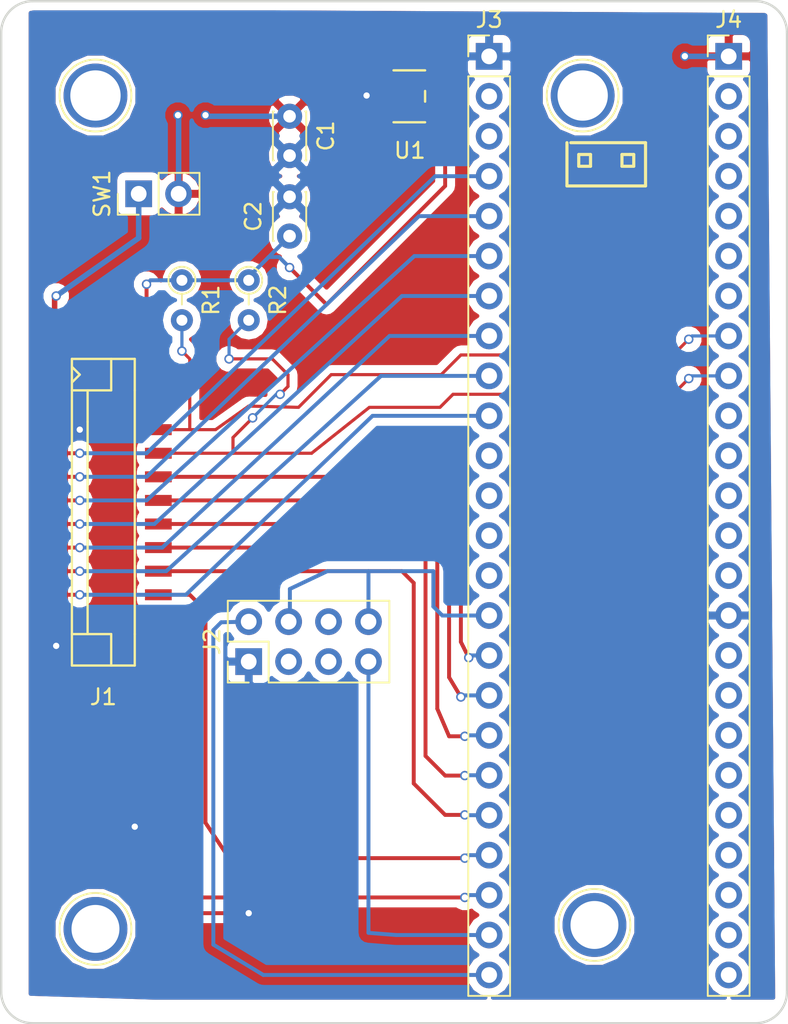
<source format=kicad_pcb>
(kicad_pcb (version 4) (host pcbnew 4.0.7)

  (general
    (links 38)
    (no_connects 0)
    (area 114.924999 76.424999 165.075001 141.575001)
    (thickness 1.6)
    (drawings 22)
    (tracks 194)
    (zones 0)
    (modules 14)
    (nets 54)
  )

  (page A4)
  (layers
    (0 F.Cu signal)
    (31 B.Cu signal)
    (32 B.Adhes user)
    (33 F.Adhes user)
    (34 B.Paste user)
    (35 F.Paste user)
    (36 B.SilkS user)
    (37 F.SilkS user)
    (38 B.Mask user)
    (39 F.Mask user)
    (40 Dwgs.User user)
    (41 Cmts.User user)
    (42 Eco1.User user)
    (43 Eco2.User user)
    (44 Edge.Cuts user)
    (45 Margin user)
    (46 B.CrtYd user)
    (47 F.CrtYd user)
    (48 B.Fab user)
    (49 F.Fab user)
  )

  (setup
    (last_trace_width 0.25)
    (trace_clearance 0.2)
    (zone_clearance 0.508)
    (zone_45_only no)
    (trace_min 0.2)
    (segment_width 0.2)
    (edge_width 0.15)
    (via_size 0.6)
    (via_drill 0.4)
    (via_min_size 0.4)
    (via_min_drill 0.3)
    (uvia_size 0.3)
    (uvia_drill 0.1)
    (uvias_allowed no)
    (uvia_min_size 0.2)
    (uvia_min_drill 0.1)
    (pcb_text_width 0.3)
    (pcb_text_size 1.5 1.5)
    (mod_edge_width 0.15)
    (mod_text_size 1 1)
    (mod_text_width 0.15)
    (pad_size 1.524 1.524)
    (pad_drill 0.762)
    (pad_to_mask_clearance 0.2)
    (aux_axis_origin 0 0)
    (visible_elements 7FFFFFFF)
    (pcbplotparams
      (layerselection 0x00030_80000001)
      (usegerberextensions false)
      (excludeedgelayer true)
      (linewidth 0.100000)
      (plotframeref false)
      (viasonmask false)
      (mode 1)
      (useauxorigin false)
      (hpglpennumber 1)
      (hpglpenspeed 20)
      (hpglpendiameter 15)
      (hpglpenoverlay 2)
      (psnegative false)
      (psa4output false)
      (plotreference true)
      (plotvalue true)
      (plotinvisibletext false)
      (padsonsilk false)
      (subtractmaskfromsilk false)
      (outputformat 1)
      (mirror false)
      (drillshape 1)
      (scaleselection 1)
      (outputdirectory ""))
  )

  (net 0 "")
  (net 1 "/VIN(5V)")
  (net 2 GND)
  (net 3 "/VOUT(3.3V)")
  (net 4 "/VIN(BATT)")
  (net 5 /CAL_BTTN)
  (net 6 /VIB1)
  (net 7 /VIB2)
  (net 8 /VIB3)
  (net 9 /VIB4)
  (net 10 /LED_STAT_1)
  (net 11 /LED_STAT_2)
  (net 12 /SDA)
  (net 13 /SCL)
  (net 14 /INT0)
  (net 15 /INT1)
  (net 16 /INT2)
  (net 17 /INT3)
  (net 18 /INT4)
  (net 19 /INT5)
  (net 20 /INT6)
  (net 21 "Net-(J2-Pad2)")
  (net 22 "Net-(J2-Pad3)")
  (net 23 "Net-(J2-Pad4)")
  (net 24 "Net-(J2-Pad5)")
  (net 25 "Net-(J2-Pad6)")
  (net 26 "Net-(J2-Pad7)")
  (net 27 "Net-(J3-Pad2)")
  (net 28 "Net-(J3-Pad3)")
  (net 29 "Net-(J3-Pad11)")
  (net 30 "Net-(J3-Pad12)")
  (net 31 "Net-(J3-Pad13)")
  (net 32 "Net-(J3-Pad14)")
  (net 33 "Net-(J4-Pad2)")
  (net 34 "Net-(J4-Pad3)")
  (net 35 "Net-(J4-Pad4)")
  (net 36 "Net-(J4-Pad5)")
  (net 37 "Net-(J4-Pad6)")
  (net 38 "Net-(J4-Pad7)")
  (net 39 "Net-(J4-Pad10)")
  (net 40 "Net-(J4-Pad11)")
  (net 41 "Net-(J4-Pad12)")
  (net 42 "Net-(J4-Pad13)")
  (net 43 "Net-(J4-Pad14)")
  (net 44 "Net-(J4-Pad16)")
  (net 45 "Net-(J4-Pad17)")
  (net 46 "Net-(J4-Pad18)")
  (net 47 "Net-(J4-Pad19)")
  (net 48 "Net-(J4-Pad20)")
  (net 49 "Net-(J4-Pad21)")
  (net 50 "Net-(J4-Pad22)")
  (net 51 "Net-(J4-Pad23)")
  (net 52 "Net-(J4-Pad24)")
  (net 53 "Net-(U1-Pad4)")

  (net_class Default "This is the default net class."
    (clearance 0.2)
    (trace_width 0.25)
    (via_dia 0.6)
    (via_drill 0.4)
    (uvia_dia 0.3)
    (uvia_drill 0.1)
    (add_net /CAL_BTTN)
    (add_net /INT0)
    (add_net /INT1)
    (add_net /INT2)
    (add_net /INT3)
    (add_net /INT4)
    (add_net /INT5)
    (add_net /INT6)
    (add_net /LED_STAT_1)
    (add_net /LED_STAT_2)
    (add_net /VIB1)
    (add_net /VIB2)
    (add_net /VIB3)
    (add_net /VIB4)
    (add_net "/VOUT(3.3V)")
    (add_net GND)
    (add_net "Net-(J2-Pad2)")
    (add_net "Net-(J2-Pad3)")
    (add_net "Net-(J2-Pad4)")
    (add_net "Net-(J2-Pad5)")
    (add_net "Net-(J2-Pad6)")
    (add_net "Net-(J2-Pad7)")
    (add_net "Net-(J3-Pad11)")
    (add_net "Net-(J3-Pad12)")
    (add_net "Net-(J3-Pad13)")
    (add_net "Net-(J3-Pad14)")
    (add_net "Net-(J3-Pad2)")
    (add_net "Net-(J3-Pad3)")
    (add_net "Net-(J4-Pad10)")
    (add_net "Net-(J4-Pad11)")
    (add_net "Net-(J4-Pad12)")
    (add_net "Net-(J4-Pad13)")
    (add_net "Net-(J4-Pad14)")
    (add_net "Net-(J4-Pad16)")
    (add_net "Net-(J4-Pad17)")
    (add_net "Net-(J4-Pad18)")
    (add_net "Net-(J4-Pad19)")
    (add_net "Net-(J4-Pad2)")
    (add_net "Net-(J4-Pad20)")
    (add_net "Net-(J4-Pad21)")
    (add_net "Net-(J4-Pad22)")
    (add_net "Net-(J4-Pad23)")
    (add_net "Net-(J4-Pad24)")
    (add_net "Net-(J4-Pad3)")
    (add_net "Net-(J4-Pad4)")
    (add_net "Net-(J4-Pad5)")
    (add_net "Net-(J4-Pad6)")
    (add_net "Net-(J4-Pad7)")
    (add_net "Net-(U1-Pad4)")
  )

  (net_class +5V ""
    (clearance 0.2)
    (trace_width 0.35)
    (via_dia 0.6)
    (via_drill 0.4)
    (uvia_dia 0.3)
    (uvia_drill 0.1)
    (add_net "/VIN(5V)")
    (add_net "/VIN(BATT)")
  )

  (net_class tightPath ""
    (clearance 0.2)
    (trace_width 0.2)
    (via_dia 0.6)
    (via_drill 0.4)
    (uvia_dia 0.3)
    (uvia_drill 0.1)
    (add_net /SCL)
    (add_net /SDA)
  )

  (module Connectors:1pin (layer F.Cu) (tedit 5A99AB71) (tstamp 5A99A848)
    (at 121 135.5)
    (descr "module 1 pin (ou trou mecanique de percage)")
    (tags DEV)
    (fp_text reference REF** (at 0 -3.048) (layer F.SilkS) hide
      (effects (font (size 1 1) (thickness 0.15)))
    )
    (fp_text value 1pin (at 0 3) (layer F.Fab) hide
      (effects (font (size 1 1) (thickness 0.15)))
    )
    (fp_circle (center 0 0) (end 2 0.8) (layer F.Fab) (width 0.1))
    (fp_circle (center 0 0) (end 2.6 0) (layer F.CrtYd) (width 0.05))
    (fp_circle (center 0 0) (end 0 -2.286) (layer F.SilkS) (width 0.12))
    (pad 1 thru_hole circle (at 0 0) (size 4.064 4.064) (drill 3.048) (layers *.Cu *.Mask))
  )

  (module Connectors:1pin (layer F.Cu) (tedit 5A99AB51) (tstamp 5A99A675)
    (at 121 82.5)
    (descr "module 1 pin (ou trou mecanique de percage)")
    (tags DEV)
    (fp_text reference REF** (at 0 -3.048) (layer F.SilkS) hide
      (effects (font (size 1 1) (thickness 0.15)))
    )
    (fp_text value 1pin (at 0 3) (layer F.Fab) hide
      (effects (font (size 1 1) (thickness 0.15)))
    )
    (fp_circle (center 0 0) (end 2 0.8) (layer F.Fab) (width 0.1))
    (fp_circle (center 0 0) (end 2.6 0) (layer F.CrtYd) (width 0.05))
    (fp_circle (center 0 0) (end 0 -2.286) (layer F.SilkS) (width 0.12))
    (pad 1 thru_hole circle (at 0 0) (size 4.064 4.064) (drill 3.2) (layers *.Cu *.Mask))
  )

  (module Connectors:1pin (layer F.Cu) (tedit 5A99AB7C) (tstamp 5A99A953)
    (at 152.75 135.25)
    (descr "module 1 pin (ou trou mecanique de percage)")
    (tags DEV)
    (fp_text reference REF** (at 0 -3.048) (layer F.SilkS) hide
      (effects (font (size 1 1) (thickness 0.15)))
    )
    (fp_text value 1pin (at 0 3) (layer F.Fab) hide
      (effects (font (size 1 1) (thickness 0.15)))
    )
    (fp_circle (center 0 0) (end 2 0.8) (layer F.Fab) (width 0.1))
    (fp_circle (center 0 0) (end 2.6 0) (layer F.CrtYd) (width 0.05))
    (fp_circle (center 0 0) (end 0 -2.286) (layer F.SilkS) (width 0.12))
    (pad 1 thru_hole circle (at 0 0) (size 4.064 4.064) (drill 3.048) (layers *.Cu *.Mask))
  )

  (module Connectors:1pin (layer F.Cu) (tedit 5A99A7CC) (tstamp 5A99A73D)
    (at 152 82.5)
    (descr "module 1 pin (ou trou mecanique de percage)")
    (tags DEV)
    (fp_text reference REF** (at 0 -3.048) (layer F.SilkS) hide
      (effects (font (size 1 1) (thickness 0.15)))
    )
    (fp_text value 1pin (at 0 3) (layer F.Fab) hide
      (effects (font (size 1 1) (thickness 0.15)))
    )
    (fp_circle (center 0 0) (end 2 0.8) (layer F.Fab) (width 0.1))
    (fp_circle (center 0 0) (end 2.6 0) (layer F.CrtYd) (width 0.05))
    (fp_circle (center 0 0) (end 0 -2.286) (layer F.SilkS) (width 0.12))
    (pad 1 thru_hole circle (at 0 0) (size 4.064 4.064) (drill 3.2) (layers *.Cu *.Mask))
  )

  (module Pin_Headers:Pin_Header_Straight_2x04_Pitch2.54mm (layer F.Cu) (tedit 59650532) (tstamp 5A97B902)
    (at 130.75 118.5 90)
    (descr "Through hole straight pin header, 2x04, 2.54mm pitch, double rows")
    (tags "Through hole pin header THT 2x04 2.54mm double row")
    (path /5A977749)
    (fp_text reference J2 (at 1.27 -2.33 90) (layer F.SilkS)
      (effects (font (size 1 1) (thickness 0.15)))
    )
    (fp_text value ESP8266 (at 1.27 9.95 90) (layer F.Fab)
      (effects (font (size 1 1) (thickness 0.15)))
    )
    (fp_line (start 0 -1.27) (end 3.81 -1.27) (layer F.Fab) (width 0.1))
    (fp_line (start 3.81 -1.27) (end 3.81 8.89) (layer F.Fab) (width 0.1))
    (fp_line (start 3.81 8.89) (end -1.27 8.89) (layer F.Fab) (width 0.1))
    (fp_line (start -1.27 8.89) (end -1.27 0) (layer F.Fab) (width 0.1))
    (fp_line (start -1.27 0) (end 0 -1.27) (layer F.Fab) (width 0.1))
    (fp_line (start -1.33 8.95) (end 3.87 8.95) (layer F.SilkS) (width 0.12))
    (fp_line (start -1.33 1.27) (end -1.33 8.95) (layer F.SilkS) (width 0.12))
    (fp_line (start 3.87 -1.33) (end 3.87 8.95) (layer F.SilkS) (width 0.12))
    (fp_line (start -1.33 1.27) (end 1.27 1.27) (layer F.SilkS) (width 0.12))
    (fp_line (start 1.27 1.27) (end 1.27 -1.33) (layer F.SilkS) (width 0.12))
    (fp_line (start 1.27 -1.33) (end 3.87 -1.33) (layer F.SilkS) (width 0.12))
    (fp_line (start -1.33 0) (end -1.33 -1.33) (layer F.SilkS) (width 0.12))
    (fp_line (start -1.33 -1.33) (end 0 -1.33) (layer F.SilkS) (width 0.12))
    (fp_line (start -1.8 -1.8) (end -1.8 9.4) (layer F.CrtYd) (width 0.05))
    (fp_line (start -1.8 9.4) (end 4.35 9.4) (layer F.CrtYd) (width 0.05))
    (fp_line (start 4.35 9.4) (end 4.35 -1.8) (layer F.CrtYd) (width 0.05))
    (fp_line (start 4.35 -1.8) (end -1.8 -1.8) (layer F.CrtYd) (width 0.05))
    (fp_text user %R (at 1.27 3.81 180) (layer F.Fab)
      (effects (font (size 1 1) (thickness 0.15)))
    )
    (pad 1 thru_hole rect (at 0 0 90) (size 1.7 1.7) (drill 1) (layers *.Cu *.Mask)
      (net 2 GND))
    (pad 2 thru_hole oval (at 2.54 0 90) (size 1.7 1.7) (drill 1) (layers *.Cu *.Mask)
      (net 21 "Net-(J2-Pad2)"))
    (pad 3 thru_hole oval (at 0 2.54 90) (size 1.7 1.7) (drill 1) (layers *.Cu *.Mask)
      (net 22 "Net-(J2-Pad3)"))
    (pad 4 thru_hole oval (at 2.54 2.54 90) (size 1.7 1.7) (drill 1) (layers *.Cu *.Mask)
      (net 23 "Net-(J2-Pad4)"))
    (pad 5 thru_hole oval (at 0 5.08 90) (size 1.7 1.7) (drill 1) (layers *.Cu *.Mask)
      (net 24 "Net-(J2-Pad5)"))
    (pad 6 thru_hole oval (at 2.54 5.08 90) (size 1.7 1.7) (drill 1) (layers *.Cu *.Mask)
      (net 25 "Net-(J2-Pad6)"))
    (pad 7 thru_hole oval (at 0 7.62 90) (size 1.7 1.7) (drill 1) (layers *.Cu *.Mask)
      (net 26 "Net-(J2-Pad7)"))
    (pad 8 thru_hole oval (at 2.54 7.62 90) (size 1.7 1.7) (drill 1) (layers *.Cu *.Mask)
      (net 23 "Net-(J2-Pad4)"))
    (model ${KISYS3DMOD}/Pin_Headers.3dshapes/Pin_Header_Straight_2x04_Pitch2.54mm.wrl
      (at (xyz 0 0 0))
      (scale (xyz 1 1 1))
      (rotate (xyz 0 0 0))
    )
  )

  (module Pin_Headers:Pin_Header_Straight_1x24_Pitch2.54mm locked (layer F.Cu) (tedit 5A9A0895) (tstamp 5A97B91E)
    (at 146.05 80.01)
    (descr "Through hole straight pin header, 1x24, 2.54mm pitch, single row")
    (tags "Through hole pin header THT 1x24 2.54mm single row")
    (path /5A9774C9)
    (fp_text reference J3 (at 0 -2.33) (layer F.SilkS)
      (effects (font (size 1 1) (thickness 0.15)))
    )
    (fp_text value "Teensy Conn_Left" (at -2.82 52.49 90) (layer F.Fab) hide
      (effects (font (size 1 1) (thickness 0.15)))
    )
    (fp_line (start -0.635 -1.27) (end 1.27 -1.27) (layer F.Fab) (width 0.1))
    (fp_line (start 1.27 -1.27) (end 1.27 59.69) (layer F.Fab) (width 0.1))
    (fp_line (start 1.27 59.69) (end -1.27 59.69) (layer F.Fab) (width 0.1))
    (fp_line (start -1.27 59.69) (end -1.27 -0.635) (layer F.Fab) (width 0.1))
    (fp_line (start -1.27 -0.635) (end -0.635 -1.27) (layer F.Fab) (width 0.1))
    (fp_line (start -1.33 59.75) (end 1.33 59.75) (layer F.SilkS) (width 0.12))
    (fp_line (start -1.33 1.27) (end -1.33 59.75) (layer F.SilkS) (width 0.12))
    (fp_line (start 1.33 1.27) (end 1.33 59.75) (layer F.SilkS) (width 0.12))
    (fp_line (start -1.33 1.27) (end 1.33 1.27) (layer F.SilkS) (width 0.12))
    (fp_line (start -1.33 0) (end -1.33 -1.33) (layer F.SilkS) (width 0.12))
    (fp_line (start -1.33 -1.33) (end 0 -1.33) (layer F.SilkS) (width 0.12))
    (fp_line (start -1.8 -1.8) (end -1.8 60.2) (layer F.CrtYd) (width 0.05))
    (fp_line (start -1.8 60.2) (end 1.8 60.2) (layer F.CrtYd) (width 0.05))
    (fp_line (start 1.8 60.2) (end 1.8 -1.8) (layer F.CrtYd) (width 0.05))
    (fp_line (start 1.8 -1.8) (end -1.8 -1.8) (layer F.CrtYd) (width 0.05))
    (fp_text user %R (at 0 29.21 90) (layer F.Fab)
      (effects (font (size 1 1) (thickness 0.15)))
    )
    (pad 1 thru_hole rect (at 0 0) (size 1.7 1.7) (drill 1) (layers *.Cu *.Mask)
      (net 2 GND))
    (pad 2 thru_hole oval (at 0 2.54) (size 1.7 1.7) (drill 1) (layers *.Cu *.Mask)
      (net 27 "Net-(J3-Pad2)"))
    (pad 3 thru_hole oval (at 0 5.08) (size 1.7 1.7) (drill 1) (layers *.Cu *.Mask)
      (net 28 "Net-(J3-Pad3)"))
    (pad 4 thru_hole oval (at 0 7.62) (size 1.7 1.7) (drill 1) (layers *.Cu *.Mask)
      (net 10 /LED_STAT_1))
    (pad 5 thru_hole oval (at 0 10.16) (size 1.7 1.7) (drill 1) (layers *.Cu *.Mask)
      (net 11 /LED_STAT_2))
    (pad 6 thru_hole oval (at 0 12.7) (size 1.7 1.7) (drill 1) (layers *.Cu *.Mask)
      (net 6 /VIB1))
    (pad 7 thru_hole oval (at 0 15.24) (size 1.7 1.7) (drill 1) (layers *.Cu *.Mask)
      (net 7 /VIB2))
    (pad 8 thru_hole oval (at 0 17.78) (size 1.7 1.7) (drill 1) (layers *.Cu *.Mask)
      (net 8 /VIB3))
    (pad 9 thru_hole oval (at 0 20.32) (size 1.7 1.7) (drill 1) (layers *.Cu *.Mask)
      (net 9 /VIB4))
    (pad 10 thru_hole oval (at 0 22.86) (size 1.7 1.7) (drill 1) (layers *.Cu *.Mask)
      (net 5 /CAL_BTTN))
    (pad 11 thru_hole oval (at 0 25.4) (size 1.7 1.7) (drill 1) (layers *.Cu *.Mask)
      (net 29 "Net-(J3-Pad11)"))
    (pad 12 thru_hole oval (at 0 27.94) (size 1.7 1.7) (drill 1) (layers *.Cu *.Mask)
      (net 30 "Net-(J3-Pad12)"))
    (pad 13 thru_hole oval (at 0 30.48) (size 1.7 1.7) (drill 1) (layers *.Cu *.Mask)
      (net 31 "Net-(J3-Pad13)"))
    (pad 14 thru_hole oval (at 0 33.02) (size 1.7 1.7) (drill 1) (layers *.Cu *.Mask)
      (net 32 "Net-(J3-Pad14)"))
    (pad 15 thru_hole oval (at 0 35.56) (size 1.7 1.7) (drill 1) (layers *.Cu *.Mask)
      (net 23 "Net-(J2-Pad4)"))
    (pad 16 thru_hole oval (at 0 38.1) (size 1.7 1.7) (drill 1) (layers *.Cu *.Mask)
      (net 14 /INT0))
    (pad 17 thru_hole oval (at 0 40.64) (size 1.7 1.7) (drill 1) (layers *.Cu *.Mask)
      (net 15 /INT1))
    (pad 18 thru_hole oval (at 0 43.18) (size 1.7 1.7) (drill 1) (layers *.Cu *.Mask)
      (net 16 /INT2))
    (pad 19 thru_hole oval (at 0 45.72) (size 1.7 1.7) (drill 1) (layers *.Cu *.Mask)
      (net 17 /INT3))
    (pad 20 thru_hole oval (at 0 48.26) (size 1.7 1.7) (drill 1) (layers *.Cu *.Mask)
      (net 18 /INT4))
    (pad 21 thru_hole oval (at 0 50.8) (size 1.7 1.7) (drill 1) (layers *.Cu *.Mask)
      (net 19 /INT5))
    (pad 22 thru_hole oval (at 0 53.34) (size 1.7 1.7) (drill 1) (layers *.Cu *.Mask)
      (net 20 /INT6))
    (pad 23 thru_hole oval (at 0 55.88) (size 1.7 1.7) (drill 1) (layers *.Cu *.Mask)
      (net 26 "Net-(J2-Pad7)"))
    (pad 24 thru_hole oval (at 0 58.42) (size 1.7 1.7) (drill 1) (layers *.Cu *.Mask)
      (net 21 "Net-(J2-Pad2)"))
    (model ${KISYS3DMOD}/Pin_Headers.3dshapes/Pin_Header_Straight_1x24_Pitch2.54mm.wrl
      (at (xyz 0 0 0))
      (scale (xyz 1 1 1))
      (rotate (xyz 0 0 0))
    )
  )

  (module Pin_Headers:Pin_Header_Straight_1x24_Pitch2.54mm locked (layer F.Cu) (tedit 5A9A089B) (tstamp 5A97B93A)
    (at 161.29 80.01)
    (descr "Through hole straight pin header, 1x24, 2.54mm pitch, single row")
    (tags "Through hole pin header THT 1x24 2.54mm single row")
    (path /5A977690)
    (fp_text reference J4 (at 0 -2.33) (layer F.SilkS)
      (effects (font (size 1 1) (thickness 0.15)))
    )
    (fp_text value "Teensy Conn_Right" (at -3.06 52.49 90) (layer F.Fab) hide
      (effects (font (size 1 1) (thickness 0.15)))
    )
    (fp_line (start -0.635 -1.27) (end 1.27 -1.27) (layer F.Fab) (width 0.1))
    (fp_line (start 1.27 -1.27) (end 1.27 59.69) (layer F.Fab) (width 0.1))
    (fp_line (start 1.27 59.69) (end -1.27 59.69) (layer F.Fab) (width 0.1))
    (fp_line (start -1.27 59.69) (end -1.27 -0.635) (layer F.Fab) (width 0.1))
    (fp_line (start -1.27 -0.635) (end -0.635 -1.27) (layer F.Fab) (width 0.1))
    (fp_line (start -1.33 59.75) (end 1.33 59.75) (layer F.SilkS) (width 0.12))
    (fp_line (start -1.33 1.27) (end -1.33 59.75) (layer F.SilkS) (width 0.12))
    (fp_line (start 1.33 1.27) (end 1.33 59.75) (layer F.SilkS) (width 0.12))
    (fp_line (start -1.33 1.27) (end 1.33 1.27) (layer F.SilkS) (width 0.12))
    (fp_line (start -1.33 0) (end -1.33 -1.33) (layer F.SilkS) (width 0.12))
    (fp_line (start -1.33 -1.33) (end 0 -1.33) (layer F.SilkS) (width 0.12))
    (fp_line (start -1.8 -1.8) (end -1.8 60.2) (layer F.CrtYd) (width 0.05))
    (fp_line (start -1.8 60.2) (end 1.8 60.2) (layer F.CrtYd) (width 0.05))
    (fp_line (start 1.8 60.2) (end 1.8 -1.8) (layer F.CrtYd) (width 0.05))
    (fp_line (start 1.8 -1.8) (end -1.8 -1.8) (layer F.CrtYd) (width 0.05))
    (fp_text user %R (at 0 29.21 90) (layer F.Fab)
      (effects (font (size 1 1) (thickness 0.15)))
    )
    (pad 1 thru_hole rect (at 0 0) (size 1.7 1.7) (drill 1) (layers *.Cu *.Mask)
      (net 1 "/VIN(5V)"))
    (pad 2 thru_hole oval (at 0 2.54) (size 1.7 1.7) (drill 1) (layers *.Cu *.Mask)
      (net 33 "Net-(J4-Pad2)"))
    (pad 3 thru_hole oval (at 0 5.08) (size 1.7 1.7) (drill 1) (layers *.Cu *.Mask)
      (net 34 "Net-(J4-Pad3)"))
    (pad 4 thru_hole oval (at 0 7.62) (size 1.7 1.7) (drill 1) (layers *.Cu *.Mask)
      (net 35 "Net-(J4-Pad4)"))
    (pad 5 thru_hole oval (at 0 10.16) (size 1.7 1.7) (drill 1) (layers *.Cu *.Mask)
      (net 36 "Net-(J4-Pad5)"))
    (pad 6 thru_hole oval (at 0 12.7) (size 1.7 1.7) (drill 1) (layers *.Cu *.Mask)
      (net 37 "Net-(J4-Pad6)"))
    (pad 7 thru_hole oval (at 0 15.24) (size 1.7 1.7) (drill 1) (layers *.Cu *.Mask)
      (net 38 "Net-(J4-Pad7)"))
    (pad 8 thru_hole oval (at 0 17.78) (size 1.7 1.7) (drill 1) (layers *.Cu *.Mask)
      (net 13 /SCL))
    (pad 9 thru_hole oval (at 0 20.32) (size 1.7 1.7) (drill 1) (layers *.Cu *.Mask)
      (net 12 /SDA))
    (pad 10 thru_hole oval (at 0 22.86) (size 1.7 1.7) (drill 1) (layers *.Cu *.Mask)
      (net 39 "Net-(J4-Pad10)"))
    (pad 11 thru_hole oval (at 0 25.4) (size 1.7 1.7) (drill 1) (layers *.Cu *.Mask)
      (net 40 "Net-(J4-Pad11)"))
    (pad 12 thru_hole oval (at 0 27.94) (size 1.7 1.7) (drill 1) (layers *.Cu *.Mask)
      (net 41 "Net-(J4-Pad12)"))
    (pad 13 thru_hole oval (at 0 30.48) (size 1.7 1.7) (drill 1) (layers *.Cu *.Mask)
      (net 42 "Net-(J4-Pad13)"))
    (pad 14 thru_hole oval (at 0 33.02) (size 1.7 1.7) (drill 1) (layers *.Cu *.Mask)
      (net 43 "Net-(J4-Pad14)"))
    (pad 15 thru_hole oval (at 0 35.56) (size 1.7 1.7) (drill 1) (layers *.Cu *.Mask)
      (net 2 GND))
    (pad 16 thru_hole oval (at 0 38.1) (size 1.7 1.7) (drill 1) (layers *.Cu *.Mask)
      (net 44 "Net-(J4-Pad16)"))
    (pad 17 thru_hole oval (at 0 40.64) (size 1.7 1.7) (drill 1) (layers *.Cu *.Mask)
      (net 45 "Net-(J4-Pad17)"))
    (pad 18 thru_hole oval (at 0 43.18) (size 1.7 1.7) (drill 1) (layers *.Cu *.Mask)
      (net 46 "Net-(J4-Pad18)"))
    (pad 19 thru_hole oval (at 0 45.72) (size 1.7 1.7) (drill 1) (layers *.Cu *.Mask)
      (net 47 "Net-(J4-Pad19)"))
    (pad 20 thru_hole oval (at 0 48.26) (size 1.7 1.7) (drill 1) (layers *.Cu *.Mask)
      (net 48 "Net-(J4-Pad20)"))
    (pad 21 thru_hole oval (at 0 50.8) (size 1.7 1.7) (drill 1) (layers *.Cu *.Mask)
      (net 49 "Net-(J4-Pad21)"))
    (pad 22 thru_hole oval (at 0 53.34) (size 1.7 1.7) (drill 1) (layers *.Cu *.Mask)
      (net 50 "Net-(J4-Pad22)"))
    (pad 23 thru_hole oval (at 0 55.88) (size 1.7 1.7) (drill 1) (layers *.Cu *.Mask)
      (net 51 "Net-(J4-Pad23)"))
    (pad 24 thru_hole oval (at 0 58.42) (size 1.7 1.7) (drill 1) (layers *.Cu *.Mask)
      (net 52 "Net-(J4-Pad24)"))
    (model ${KISYS3DMOD}/Pin_Headers.3dshapes/Pin_Header_Straight_1x24_Pitch2.54mm.wrl
      (at (xyz 0 0 0))
      (scale (xyz 1 1 1))
      (rotate (xyz 0 0 0))
    )
  )

  (module Pin_Headers:Pin_Header_Straight_1x02_Pitch2.54mm (layer F.Cu) (tedit 5A9A0204) (tstamp 5A97B94C)
    (at 123.75 88.75 90)
    (descr "Through hole straight pin header, 1x02, 2.54mm pitch, single row")
    (tags "Through hole pin header THT 1x02 2.54mm single row")
    (path /5A978EA0)
    (fp_text reference SW1 (at 0 -2.33 90) (layer F.SilkS)
      (effects (font (size 1 1) (thickness 0.15)))
    )
    (fp_text value "On/Off Switch" (at 2.5 0.25 180) (layer F.Fab) hide
      (effects (font (size 1 1) (thickness 0.15)))
    )
    (fp_line (start -0.635 -1.27) (end 1.27 -1.27) (layer F.Fab) (width 0.1))
    (fp_line (start 1.27 -1.27) (end 1.27 3.81) (layer F.Fab) (width 0.1))
    (fp_line (start 1.27 3.81) (end -1.27 3.81) (layer F.Fab) (width 0.1))
    (fp_line (start -1.27 3.81) (end -1.27 -0.635) (layer F.Fab) (width 0.1))
    (fp_line (start -1.27 -0.635) (end -0.635 -1.27) (layer F.Fab) (width 0.1))
    (fp_line (start -1.33 3.87) (end 1.33 3.87) (layer F.SilkS) (width 0.12))
    (fp_line (start -1.33 1.27) (end -1.33 3.87) (layer F.SilkS) (width 0.12))
    (fp_line (start 1.33 1.27) (end 1.33 3.87) (layer F.SilkS) (width 0.12))
    (fp_line (start -1.33 1.27) (end 1.33 1.27) (layer F.SilkS) (width 0.12))
    (fp_line (start -1.33 0) (end -1.33 -1.33) (layer F.SilkS) (width 0.12))
    (fp_line (start -1.33 -1.33) (end 0 -1.33) (layer F.SilkS) (width 0.12))
    (fp_line (start -1.8 -1.8) (end -1.8 4.35) (layer F.CrtYd) (width 0.05))
    (fp_line (start -1.8 4.35) (end 1.8 4.35) (layer F.CrtYd) (width 0.05))
    (fp_line (start 1.8 4.35) (end 1.8 -1.8) (layer F.CrtYd) (width 0.05))
    (fp_line (start 1.8 -1.8) (end -1.8 -1.8) (layer F.CrtYd) (width 0.05))
    (fp_text user %R (at 0 1.27 180) (layer F.Fab)
      (effects (font (size 1 1) (thickness 0.15)))
    )
    (pad 1 thru_hole rect (at 0 0 90) (size 1.7 1.7) (drill 1) (layers *.Cu *.Mask)
      (net 4 "/VIN(BATT)"))
    (pad 2 thru_hole oval (at 0 2.54 90) (size 1.7 1.7) (drill 1) (layers *.Cu *.Mask)
      (net 1 "/VIN(5V)"))
    (model ${KISYS3DMOD}/Pin_Headers.3dshapes/Pin_Header_Straight_1x02_Pitch2.54mm.wrl
      (at (xyz 0 0 0))
      (scale (xyz 1 1 1))
      (rotate (xyz 0 0 0))
    )
  )

  (module InternalLib:TPS73033DBVR (layer F.Cu) (tedit 5A9A08AC) (tstamp 5A97B955)
    (at 140.97 82.55)
    (path /5A97AF58)
    (fp_text reference U1 (at 0.03 3.45) (layer F.SilkS)
      (effects (font (size 1 1) (thickness 0.15)))
    )
    (fp_text value TPS73033_DBV_5 (at -2.97 -3.55) (layer F.SilkS) hide
      (effects (font (size 1 1) (thickness 0.15)))
    )
    (fp_text user "Copyright 2016 Accelerated Designs. All rights reserved." (at 0 0) (layer Cmts.User)
      (effects (font (size 0.127 0.127) (thickness 0.002)))
    )
    (fp_line (start -1.0033 1.651) (end 1.0033 1.651) (layer F.SilkS) (width 0.1524))
    (fp_line (start 1.0033 0.337861) (end 1.0033 -0.337861) (layer F.SilkS) (width 0.1524))
    (fp_line (start 1.0033 -1.651) (end -1.0033 -1.651) (layer F.SilkS) (width 0.1524))
    (fp_line (start -0.8763 1.524) (end 0.8763 1.524) (layer Dwgs.User) (width 0.1524))
    (fp_line (start 0.8763 1.524) (end 0.8763 -1.524) (layer Dwgs.User) (width 0.1524))
    (fp_line (start 0.8763 -1.524) (end -0.8763 -1.524) (layer Dwgs.User) (width 0.1524))
    (fp_line (start -0.8763 -1.524) (end -0.8763 1.524) (layer Dwgs.User) (width 0.1524))
    (fp_line (start -0.8763 -0.696) (end -0.8763 -1.204) (layer Dwgs.User) (width 0.1524))
    (fp_line (start -0.8763 -1.204) (end -1.4986 -1.204) (layer Dwgs.User) (width 0.1524))
    (fp_line (start -1.4986 -1.204) (end -1.4986 -0.696) (layer Dwgs.User) (width 0.1524))
    (fp_line (start -1.4986 -0.696) (end -0.8763 -0.696) (layer Dwgs.User) (width 0.1524))
    (fp_line (start -0.8763 0.254) (end -0.8763 -0.254) (layer Dwgs.User) (width 0.1524))
    (fp_line (start -0.8763 -0.254) (end -1.4986 -0.254) (layer Dwgs.User) (width 0.1524))
    (fp_line (start -1.4986 -0.254) (end -1.4986 0.254) (layer Dwgs.User) (width 0.1524))
    (fp_line (start -1.4986 0.254) (end -0.8763 0.254) (layer Dwgs.User) (width 0.1524))
    (fp_line (start -0.8763 1.204) (end -0.8763 0.696) (layer Dwgs.User) (width 0.1524))
    (fp_line (start -0.8763 0.696) (end -1.4986 0.696) (layer Dwgs.User) (width 0.1524))
    (fp_line (start -1.4986 0.696) (end -1.4986 1.204) (layer Dwgs.User) (width 0.1524))
    (fp_line (start -1.4986 1.204) (end -0.8763 1.204) (layer Dwgs.User) (width 0.1524))
    (fp_line (start 0.8763 0.696) (end 0.8763 1.204) (layer Dwgs.User) (width 0.1524))
    (fp_line (start 0.8763 1.204) (end 1.4986 1.204) (layer Dwgs.User) (width 0.1524))
    (fp_line (start 1.4986 1.204) (end 1.4986 0.696) (layer Dwgs.User) (width 0.1524))
    (fp_line (start 1.4986 0.696) (end 0.8763 0.696) (layer Dwgs.User) (width 0.1524))
    (fp_line (start 0.8763 -1.204) (end 0.8763 -0.696) (layer Dwgs.User) (width 0.1524))
    (fp_line (start 0.8763 -0.696) (end 1.4986 -0.696) (layer Dwgs.User) (width 0.1524))
    (fp_line (start 1.4986 -0.696) (end 1.4986 -1.204) (layer Dwgs.User) (width 0.1524))
    (fp_line (start 1.4986 -1.204) (end 0.8763 -1.204) (layer Dwgs.User) (width 0.1524))
    (fp_arc (start 0 -1.524) (end 0.3048 -1.524) (angle 180) (layer Dwgs.User) (width 0.1524))
    (pad 1 smd rect (at -1.1176 -0.950001) (size 1.4732 0.5588) (layers F.Cu F.Paste F.Mask)
      (net 1 "/VIN(5V)"))
    (pad 2 smd rect (at -1.1176 0) (size 1.4732 0.5588) (layers F.Cu F.Paste F.Mask)
      (net 2 GND))
    (pad 3 smd rect (at -1.1176 0.950001) (size 1.4732 0.5588) (layers F.Cu F.Paste F.Mask)
      (net 1 "/VIN(5V)"))
    (pad 4 smd rect (at 1.1176 0.950001) (size 1.4732 0.5588) (layers F.Cu F.Paste F.Mask)
      (net 53 "Net-(U1-Pad4)"))
    (pad 5 smd rect (at 1.1176 -0.950001) (size 1.4732 0.5588) (layers F.Cu F.Paste F.Mask)
      (net 3 "/VOUT(3.3V)"))
  )

  (module Capacitors_THT:C_Disc_D3.0mm_W2.0mm_P2.50mm (layer F.Cu) (tedit 5A9A055D) (tstamp 5A9A0207)
    (at 133.35 83.82 270)
    (descr "C, Disc series, Radial, pin pitch=2.50mm, , diameter*width=3*2mm^2, Capacitor")
    (tags "C Disc series Radial pin pitch 2.50mm  diameter 3mm width 2mm Capacitor")
    (path /5A977C79)
    (fp_text reference C1 (at 1.25 -2.31 270) (layer F.SilkS)
      (effects (font (size 1 1) (thickness 0.15)))
    )
    (fp_text value 0.1uF (at 1.25 2.31 270) (layer F.Fab) hide
      (effects (font (size 1 1) (thickness 0.15)))
    )
    (fp_line (start -0.25 -1) (end -0.25 1) (layer F.Fab) (width 0.1))
    (fp_line (start -0.25 1) (end 2.75 1) (layer F.Fab) (width 0.1))
    (fp_line (start 2.75 1) (end 2.75 -1) (layer F.Fab) (width 0.1))
    (fp_line (start 2.75 -1) (end -0.25 -1) (layer F.Fab) (width 0.1))
    (fp_line (start -0.31 -1.06) (end 2.81 -1.06) (layer F.SilkS) (width 0.12))
    (fp_line (start -0.31 1.06) (end 2.81 1.06) (layer F.SilkS) (width 0.12))
    (fp_line (start -0.31 -1.06) (end -0.31 -0.996) (layer F.SilkS) (width 0.12))
    (fp_line (start -0.31 0.996) (end -0.31 1.06) (layer F.SilkS) (width 0.12))
    (fp_line (start 2.81 -1.06) (end 2.81 -0.996) (layer F.SilkS) (width 0.12))
    (fp_line (start 2.81 0.996) (end 2.81 1.06) (layer F.SilkS) (width 0.12))
    (fp_line (start -1.05 -1.35) (end -1.05 1.35) (layer F.CrtYd) (width 0.05))
    (fp_line (start -1.05 1.35) (end 3.55 1.35) (layer F.CrtYd) (width 0.05))
    (fp_line (start 3.55 1.35) (end 3.55 -1.35) (layer F.CrtYd) (width 0.05))
    (fp_line (start 3.55 -1.35) (end -1.05 -1.35) (layer F.CrtYd) (width 0.05))
    (fp_text user %R (at 1.25 0 270) (layer F.Fab)
      (effects (font (size 1 1) (thickness 0.15)))
    )
    (pad 1 thru_hole circle (at 0 0 270) (size 1.6 1.6) (drill 0.8) (layers *.Cu *.Mask)
      (net 1 "/VIN(5V)"))
    (pad 2 thru_hole circle (at 2.5 0 270) (size 1.6 1.6) (drill 0.8) (layers *.Cu *.Mask)
      (net 2 GND))
    (model ${KISYS3DMOD}/Capacitors_THT.3dshapes/C_Disc_D3.0mm_W2.0mm_P2.50mm.wrl
      (at (xyz 0 0 0))
      (scale (xyz 1 1 1))
      (rotate (xyz 0 0 0))
    )
  )

  (module Capacitors_THT:C_Disc_D3.0mm_W2.0mm_P2.50mm (layer F.Cu) (tedit 5A9A0551) (tstamp 5A9A020C)
    (at 133.35 91.44 90)
    (descr "C, Disc series, Radial, pin pitch=2.50mm, , diameter*width=3*2mm^2, Capacitor")
    (tags "C Disc series Radial pin pitch 2.50mm  diameter 3mm width 2mm Capacitor")
    (path /5A978038)
    (fp_text reference C2 (at 1.25 -2.31 90) (layer F.SilkS)
      (effects (font (size 1 1) (thickness 0.15)))
    )
    (fp_text value 2.2uF (at 1.25 2.31 90) (layer F.Fab) hide
      (effects (font (size 1 1) (thickness 0.15)))
    )
    (fp_line (start -0.25 -1) (end -0.25 1) (layer F.Fab) (width 0.1))
    (fp_line (start -0.25 1) (end 2.75 1) (layer F.Fab) (width 0.1))
    (fp_line (start 2.75 1) (end 2.75 -1) (layer F.Fab) (width 0.1))
    (fp_line (start 2.75 -1) (end -0.25 -1) (layer F.Fab) (width 0.1))
    (fp_line (start -0.31 -1.06) (end 2.81 -1.06) (layer F.SilkS) (width 0.12))
    (fp_line (start -0.31 1.06) (end 2.81 1.06) (layer F.SilkS) (width 0.12))
    (fp_line (start -0.31 -1.06) (end -0.31 -0.996) (layer F.SilkS) (width 0.12))
    (fp_line (start -0.31 0.996) (end -0.31 1.06) (layer F.SilkS) (width 0.12))
    (fp_line (start 2.81 -1.06) (end 2.81 -0.996) (layer F.SilkS) (width 0.12))
    (fp_line (start 2.81 0.996) (end 2.81 1.06) (layer F.SilkS) (width 0.12))
    (fp_line (start -1.05 -1.35) (end -1.05 1.35) (layer F.CrtYd) (width 0.05))
    (fp_line (start -1.05 1.35) (end 3.55 1.35) (layer F.CrtYd) (width 0.05))
    (fp_line (start 3.55 1.35) (end 3.55 -1.35) (layer F.CrtYd) (width 0.05))
    (fp_line (start 3.55 -1.35) (end -1.05 -1.35) (layer F.CrtYd) (width 0.05))
    (fp_text user %R (at 1.25 0 90) (layer F.Fab)
      (effects (font (size 1 1) (thickness 0.15)))
    )
    (pad 1 thru_hole circle (at 0 0 90) (size 1.6 1.6) (drill 0.8) (layers *.Cu *.Mask)
      (net 3 "/VOUT(3.3V)"))
    (pad 2 thru_hole circle (at 2.5 0 90) (size 1.6 1.6) (drill 0.8) (layers *.Cu *.Mask)
      (net 2 GND))
    (model ${KISYS3DMOD}/Capacitors_THT.3dshapes/C_Disc_D3.0mm_W2.0mm_P2.50mm.wrl
      (at (xyz 0 0 0))
      (scale (xyz 1 1 1))
      (rotate (xyz 0 0 0))
    )
  )

  (module InternalLib:SM20B-ZPDSS-TF locked (layer F.Cu) (tedit 5A9A088E) (tstamp 5A9A0211)
    (at 125 99.25 270)
    (path /5A977C09)
    (fp_text reference J1 (at 21.5 3.5 540) (layer F.SilkS)
      (effects (font (size 1 1) (thickness 0.15)))
    )
    (fp_text value SM20B-ZPDSS-TF (at 9.5 -3.5 270) (layer F.Fab) hide
      (effects (font (size 1 1) (thickness 0.15)))
    )
    (fp_line (start 19.5 1.5) (end 17.5 1.5) (layer F.SilkS) (width 0.15))
    (fp_line (start 17.5 5.5) (end 19.5 5.5) (layer F.SilkS) (width 0.15))
    (fp_line (start 15.5 4.5) (end 17.5 4.5) (layer F.SilkS) (width 0.15))
    (fp_line (start 4 4.5) (end 2 4.5) (layer F.SilkS) (width 0.15))
    (fp_line (start 0 5.5) (end 2 5.5) (layer F.SilkS) (width 0.15))
    (fp_line (start 2 1.5) (end 0 1.5) (layer F.SilkS) (width 0.15))
    (fp_line (start 0.5 5.5) (end 1 5) (layer F.SilkS) (width 0.15))
    (fp_line (start 1 5) (end 1.5 5.5) (layer F.SilkS) (width 0.15))
    (fp_line (start 4 4.5) (end 15.5 4.5) (layer F.SilkS) (width 0.15))
    (fp_line (start 2 5.5) (end 2 3) (layer F.SilkS) (width 0.15))
    (fp_line (start 2 3) (end 0 3) (layer F.SilkS) (width 0.15))
    (fp_line (start 17.5 5.5) (end 17.5 3) (layer F.SilkS) (width 0.15))
    (fp_line (start 17.5 3) (end 19.5 3) (layer F.SilkS) (width 0.15))
    (fp_line (start 2 1.5) (end 17.5 1.5) (layer F.SilkS) (width 0.15))
    (fp_line (start 19.5 1.5) (end 19.5 5.5) (layer F.SilkS) (width 0.15))
    (fp_line (start 17.5 5.5) (end 2 5.5) (layer F.SilkS) (width 0.15))
    (fp_line (start 0 5.5) (end 0 1.5) (layer F.SilkS) (width 0.15))
    (pad 1 smd rect (at 3 6.6 270) (size 0.7 1.7) (layers F.Cu F.Paste F.Mask)
      (net 4 "/VIN(BATT)"))
    (pad 2 smd rect (at 4.5 6.6 270) (size 0.7 1.7) (layers F.Cu F.Paste F.Mask)
      (net 2 GND))
    (pad 3 smd rect (at 6 6.6 270) (size 0.7 1.7) (layers F.Cu F.Paste F.Mask)
      (net 10 /LED_STAT_1))
    (pad 4 smd rect (at 7.5 6.6 270) (size 0.7 1.7) (layers F.Cu F.Paste F.Mask)
      (net 11 /LED_STAT_2))
    (pad 5 smd rect (at 9 6.6 270) (size 0.7 1.7) (layers F.Cu F.Paste F.Mask)
      (net 6 /VIB1))
    (pad 6 smd rect (at 10.5 6.6 270) (size 0.7 1.7) (layers F.Cu F.Paste F.Mask)
      (net 7 /VIB2))
    (pad 7 smd rect (at 12 6.6 270) (size 0.7 1.7) (layers F.Cu F.Paste F.Mask)
      (net 8 /VIB3))
    (pad 8 smd rect (at 13.5 6.6 270) (size 0.7 1.7) (layers F.Cu F.Paste F.Mask)
      (net 9 /VIB4))
    (pad 9 smd rect (at 15 6.6 270) (size 0.7 1.7) (layers F.Cu F.Paste F.Mask)
      (net 5 /CAL_BTTN))
    (pad 10 smd rect (at 16.5 6.6 270) (size 0.7 1.7) (layers F.Cu F.Paste F.Mask)
      (net 2 GND))
    (pad 11 smd rect (at 3 0 270) (size 0.7 1.7) (layers F.Cu F.Paste F.Mask)
      (net 3 "/VOUT(3.3V)"))
    (pad 12 smd rect (at 4.5 0 270) (size 0.7 1.7) (layers F.Cu F.Paste F.Mask)
      (net 13 /SCL))
    (pad 13 smd rect (at 6 0 270) (size 0.7 1.7) (layers F.Cu F.Paste F.Mask)
      (net 12 /SDA))
    (pad 14 smd rect (at 7.5 0 270) (size 0.7 1.7) (layers F.Cu F.Paste F.Mask)
      (net 14 /INT0))
    (pad 15 smd rect (at 9 0 270) (size 0.7 1.7) (layers F.Cu F.Paste F.Mask)
      (net 15 /INT1))
    (pad 16 smd rect (at 10.5 0 270) (size 0.7 1.7) (layers F.Cu F.Paste F.Mask)
      (net 16 /INT2))
    (pad 17 smd rect (at 12 0 270) (size 0.7 1.7) (layers F.Cu F.Paste F.Mask)
      (net 17 /INT3))
    (pad 18 smd rect (at 13.5 0 270) (size 0.7 1.7) (layers F.Cu F.Paste F.Mask)
      (net 18 /INT4))
    (pad 19 smd rect (at 15 0 270) (size 0.7 1.7) (layers F.Cu F.Paste F.Mask)
      (net 19 /INT5))
    (pad 20 smd rect (at 16.5 0 270) (size 0.7 1.7) (layers F.Cu F.Paste F.Mask)
      (net 20 /INT6))
  )

  (module Resistors_THT:R_Axial_DIN0204_L3.6mm_D1.6mm_P2.54mm_Vertical (layer F.Cu) (tedit 5A9A0562) (tstamp 5A9A0228)
    (at 126.5 94.25 270)
    (descr "Resistor, Axial_DIN0204 series, Axial, Vertical, pin pitch=2.54mm, 0.16666666666666666W = 1/6W, length*diameter=3.6*1.6mm^2, http://cdn-reichelt.de/documents/datenblatt/B400/1_4W%23YAG.pdf")
    (tags "Resistor Axial_DIN0204 series Axial Vertical pin pitch 2.54mm 0.16666666666666666W = 1/6W length 3.6mm diameter 1.6mm")
    (path /5A9782A3)
    (fp_text reference R1 (at 1.27 -1.86 270) (layer F.SilkS)
      (effects (font (size 1 1) (thickness 0.15)))
    )
    (fp_text value 4.7k (at 1.27 1.86 270) (layer F.Fab) hide
      (effects (font (size 1 1) (thickness 0.15)))
    )
    (fp_circle (center 0 0) (end 0.8 0) (layer F.Fab) (width 0.1))
    (fp_circle (center 0 0) (end 0.86 0) (layer F.SilkS) (width 0.12))
    (fp_line (start 0 0) (end 2.54 0) (layer F.Fab) (width 0.1))
    (fp_line (start 0.86 0) (end 1.54 0) (layer F.SilkS) (width 0.12))
    (fp_line (start -1.15 -1.15) (end -1.15 1.15) (layer F.CrtYd) (width 0.05))
    (fp_line (start -1.15 1.15) (end 3.55 1.15) (layer F.CrtYd) (width 0.05))
    (fp_line (start 3.55 1.15) (end 3.55 -1.15) (layer F.CrtYd) (width 0.05))
    (fp_line (start 3.55 -1.15) (end -1.15 -1.15) (layer F.CrtYd) (width 0.05))
    (pad 1 thru_hole circle (at 0 0 270) (size 1.4 1.4) (drill 0.7) (layers *.Cu *.Mask)
      (net 3 "/VOUT(3.3V)"))
    (pad 2 thru_hole oval (at 2.54 0 270) (size 1.4 1.4) (drill 0.7) (layers *.Cu *.Mask)
      (net 13 /SCL))
    (model ${KISYS3DMOD}/Resistors_THT.3dshapes/R_Axial_DIN0204_L3.6mm_D1.6mm_P2.54mm_Vertical.wrl
      (at (xyz 0 0 0))
      (scale (xyz 0.393701 0.393701 0.393701))
      (rotate (xyz 0 0 0))
    )
  )

  (module Resistors_THT:R_Axial_DIN0204_L3.6mm_D1.6mm_P2.54mm_Vertical (layer F.Cu) (tedit 5A9A02AE) (tstamp 5A9A022D)
    (at 130.75 94.25 270)
    (descr "Resistor, Axial_DIN0204 series, Axial, Vertical, pin pitch=2.54mm, 0.16666666666666666W = 1/6W, length*diameter=3.6*1.6mm^2, http://cdn-reichelt.de/documents/datenblatt/B400/1_4W%23YAG.pdf")
    (tags "Resistor Axial_DIN0204 series Axial Vertical pin pitch 2.54mm 0.16666666666666666W = 1/6W length 3.6mm diameter 1.6mm")
    (path /5A97830E)
    (fp_text reference R2 (at 1.27 -1.86 270) (layer F.SilkS)
      (effects (font (size 1 1) (thickness 0.15)))
    )
    (fp_text value 4.7k (at 1.27 1.86 270) (layer F.Fab) hide
      (effects (font (size 1 1) (thickness 0.15)))
    )
    (fp_circle (center 0 0) (end 0.8 0) (layer F.Fab) (width 0.1))
    (fp_circle (center 0 0) (end 0.86 0) (layer F.SilkS) (width 0.12))
    (fp_line (start 0 0) (end 2.54 0) (layer F.Fab) (width 0.1))
    (fp_line (start 0.86 0) (end 1.54 0) (layer F.SilkS) (width 0.12))
    (fp_line (start -1.15 -1.15) (end -1.15 1.15) (layer F.CrtYd) (width 0.05))
    (fp_line (start -1.15 1.15) (end 3.55 1.15) (layer F.CrtYd) (width 0.05))
    (fp_line (start 3.55 1.15) (end 3.55 -1.15) (layer F.CrtYd) (width 0.05))
    (fp_line (start 3.55 -1.15) (end -1.15 -1.15) (layer F.CrtYd) (width 0.05))
    (pad 1 thru_hole circle (at 0 0 270) (size 1.4 1.4) (drill 0.7) (layers *.Cu *.Mask)
      (net 3 "/VOUT(3.3V)"))
    (pad 2 thru_hole oval (at 2.54 0 270) (size 1.4 1.4) (drill 0.7) (layers *.Cu *.Mask)
      (net 12 /SDA))
    (model ${KISYS3DMOD}/Resistors_THT.3dshapes/R_Axial_DIN0204_L3.6mm_D1.6mm_P2.54mm_Vertical.wrl
      (at (xyz 0 0 0))
      (scale (xyz 0.393701 0.393701 0.393701))
      (rotate (xyz 0 0 0))
    )
  )

  (gr_line (start 155 86.25) (end 155.25 86.25) (angle 90) (layer F.SilkS) (width 0.2))
  (gr_line (start 154.5 86.25) (end 155 86.25) (angle 90) (layer F.SilkS) (width 0.2))
  (gr_line (start 154.5 87) (end 154.5 86.25) (angle 90) (layer F.SilkS) (width 0.2))
  (gr_line (start 155.25 87) (end 154.5 87) (angle 90) (layer F.SilkS) (width 0.2))
  (gr_line (start 155.25 86.25) (end 155.25 87) (angle 90) (layer F.SilkS) (width 0.2))
  (gr_line (start 151.75 86.5) (end 151.75 86.25) (angle 90) (layer F.SilkS) (width 0.2))
  (gr_line (start 151.75 87) (end 151.75 86.5) (angle 90) (layer F.SilkS) (width 0.2))
  (gr_line (start 152.5 87) (end 151.75 87) (angle 90) (layer F.SilkS) (width 0.2))
  (gr_line (start 152.5 86.25) (end 152.5 87) (angle 90) (layer F.SilkS) (width 0.2))
  (gr_line (start 151.75 86.25) (end 152.5 86.25) (angle 90) (layer F.SilkS) (width 0.2))
  (gr_line (start 151 88.25) (end 151 85.5) (angle 90) (layer F.SilkS) (width 0.2))
  (gr_line (start 156 88.25) (end 151 88.25) (angle 90) (layer F.SilkS) (width 0.2))
  (gr_line (start 156 85.5) (end 156 88.25) (angle 90) (layer F.SilkS) (width 0.2))
  (gr_line (start 151.25 85.5) (end 156 85.5) (angle 90) (layer F.SilkS) (width 0.2))
  (gr_arc (start 117 139.5) (end 117 141.5) (angle 90) (layer Edge.Cuts) (width 0.15))
  (gr_arc (start 163 139.5) (end 165 139.5) (angle 90) (layer Edge.Cuts) (width 0.15))
  (gr_arc (start 163 78.5) (end 163 76.5) (angle 90) (layer Edge.Cuts) (width 0.15))
  (gr_arc (start 117 78.5) (end 115 78.5) (angle 90) (layer Edge.Cuts) (width 0.15))
  (gr_line (start 115 139.5) (end 115 78.5) (angle 90) (layer Edge.Cuts) (width 0.15))
  (gr_line (start 163 141.5) (end 117 141.5) (angle 90) (layer Edge.Cuts) (width 0.15))
  (gr_line (start 165 78.5) (end 165 139.5) (angle 90) (layer Edge.Cuts) (width 0.15))
  (gr_line (start 117 76.5) (end 163 76.5) (angle 90) (layer Edge.Cuts) (width 0.15))

  (segment (start 128.07 83.82) (end 133.35 83.82) (width 0.35) (layer B.Cu) (net 1) (tstamp 5A9A068B))
  (segment (start 128 83.75) (end 128.07 83.82) (width 0.35) (layer B.Cu) (net 1) (tstamp 5A9A068A))
  (via (at 128 83.75) (size 0.6) (drill 0.4) (layers F.Cu B.Cu) (net 1))
  (segment (start 126.25 83.75) (end 128 83.75) (width 0.35) (layer F.Cu) (net 1) (tstamp 5A9A0687))
  (via (at 126.25 83.75) (size 0.6) (drill 0.4) (layers F.Cu B.Cu) (net 1))
  (segment (start 126.29 83.79) (end 126.25 83.75) (width 0.35) (layer B.Cu) (net 1) (tstamp 5A9A067F))
  (segment (start 126.29 88.75) (end 126.29 83.79) (width 0.35) (layer B.Cu) (net 1))
  (segment (start 161.29 80.01) (end 158.51 80.01) (width 0.35) (layer B.Cu) (net 1))
  (via (at 158.5 80) (size 0.6) (drill 0.4) (layers F.Cu B.Cu) (net 1))
  (segment (start 158.51 80.01) (end 158.5 80) (width 0.35) (layer B.Cu) (net 1) (tstamp 5A9A061B))
  (segment (start 118.4 115.75) (end 118.4 117.4) (width 0.25) (layer F.Cu) (net 2) (status 400000))
  (via (at 118.5 117.5) (size 0.6) (drill 0.4) (layers F.Cu B.Cu) (net 2))
  (segment (start 118.4 117.4) (end 118.5 117.5) (width 0.25) (layer F.Cu) (net 2) (tstamp 5AA2FDBA))
  (via (at 123.5 129) (size 0.6) (drill 0.4) (layers F.Cu B.Cu) (net 2))
  (segment (start 123.5 130.75) (end 123.5 129) (width 0.25) (layer F.Cu) (net 2) (tstamp 5A99A923))
  (segment (start 130.75 118.5) (end 130.75 134.5) (width 0.25) (layer B.Cu) (net 2))
  (segment (start 126.25 134.5) (end 123.5 130.75) (width 0.25) (layer F.Cu) (net 2) (tstamp 5A99A920))
  (segment (start 130.75 134.5) (end 126.25 134.5) (width 0.25) (layer F.Cu) (net 2) (tstamp 5A99A91F))
  (via (at 130.75 134.5) (size 0.6) (drill 0.4) (layers F.Cu B.Cu) (net 2))
  (segment (start 118.4 103.75) (end 120 103.75) (width 0.25) (layer F.Cu) (net 2))
  (via (at 120 103.75) (size 0.6) (drill 0.4) (layers F.Cu B.Cu) (net 2))
  (via (at 138.25 82.5) (size 0.6) (drill 0.4) (layers F.Cu B.Cu) (net 2))
  (segment (start 138.3 82.55) (end 138.25 82.5) (width 0.25) (layer F.Cu) (net 2) (tstamp 5A983B7A))
  (segment (start 139.8524 82.55) (end 138.3 82.55) (width 0.25) (layer F.Cu) (net 2))
  (segment (start 133.35 85.82) (end 133.78 86.25) (width 0.25) (layer F.Cu) (net 2) (tstamp 5A983B5F))
  (via (at 133.35 93.44) (size 0.6) (drill 0.4) (layers F.Cu B.Cu) (net 3))
  (segment (start 135.66 95.75) (end 133.35 93.44) (width 0.25) (layer F.Cu) (net 3) (tstamp 5A983DB9))
  (segment (start 135.705 95.795) (end 135.66 95.75) (width 0.25) (layer F.Cu) (net 3) (tstamp 5A983DE4))
  (segment (start 143.599999 81.599999) (end 143.25 81.949998) (width 0.25) (layer F.Cu) (net 3) (tstamp 5A983DD4))
  (segment (start 143.25 81.949998) (end 143.25 88.25) (width 0.25) (layer F.Cu) (net 3) (tstamp 5A983DD7))
  (segment (start 143.25 88.25) (end 135.705 95.795) (width 0.25) (layer F.Cu) (net 3) (tstamp 5A983DDE))
  (segment (start 142.0876 81.599999) (end 143.599999 81.599999) (width 0.25) (layer F.Cu) (net 3))
  (segment (start 132.68 92.77) (end 132.02 92.77) (width 0.25) (layer B.Cu) (net 3) (tstamp 5A9A0391))
  (segment (start 133.35 93.44) (end 132.68 92.77) (width 0.25) (layer B.Cu) (net 3) (tstamp 5A9A0390))
  (segment (start 130.75 94.25) (end 130.75 94.04) (width 0.25) (layer B.Cu) (net 3))
  (segment (start 130.75 94.04) (end 132.02 92.77) (width 0.25) (layer B.Cu) (net 3) (tstamp 5A9A0362))
  (segment (start 132.02 92.77) (end 133.35 91.44) (width 0.25) (layer B.Cu) (net 3) (tstamp 5A9A039C))
  (segment (start 126.5 94.25) (end 130.75 94.25) (width 0.25) (layer B.Cu) (net 3))
  (segment (start 125 102.25) (end 125 98.5) (width 0.25) (layer F.Cu) (net 3))
  (segment (start 124.5 94.25) (end 126.5 94.25) (width 0.25) (layer B.Cu) (net 3) (tstamp 5A9A033C))
  (segment (start 124.25 94.5) (end 124.5 94.25) (width 0.25) (layer B.Cu) (net 3) (tstamp 5A9A033B))
  (via (at 124.25 94.5) (size 0.6) (drill 0.4) (layers F.Cu B.Cu) (net 3))
  (segment (start 124.25 97.75) (end 124.25 94.5) (width 0.25) (layer F.Cu) (net 3) (tstamp 5A9A0336))
  (segment (start 125 98.5) (end 124.25 97.75) (width 0.25) (layer F.Cu) (net 3) (tstamp 5A9A0324))
  (segment (start 118.4 102.25) (end 118.4 95.35) (width 0.35) (layer F.Cu) (net 4))
  (segment (start 123.75 91.56) (end 123.75 88.63) (width 0.35) (layer B.Cu) (net 4) (tstamp 5A985599))
  (segment (start 118.5 95.25) (end 123.75 91.56) (width 0.35) (layer B.Cu) (net 4) (tstamp 5A985598))
  (via (at 118.5 95.25) (size 0.6) (drill 0.4) (layers F.Cu B.Cu) (net 4))
  (segment (start 118.4 95.35) (end 118.5 95.25) (width 0.35) (layer F.Cu) (net 4) (tstamp 5A985590))
  (segment (start 118.4 114.25) (end 119.5 114.25) (width 0.25) (layer F.Cu) (net 5))
  (segment (start 119.5 114.25) (end 120 114.25) (width 0.25) (layer F.Cu) (net 5) (tstamp 5A9842EE))
  (segment (start 120 114.25) (end 126.75 114.25) (width 0.25) (layer B.Cu) (net 5) (tstamp 5A9842F0))
  (via (at 120 114.25) (size 0.6) (drill 0.4) (layers F.Cu B.Cu) (net 5))
  (segment (start 138.63 102.87) (end 146.05 102.87) (width 0.25) (layer B.Cu) (net 5) (tstamp 5A9842F4))
  (segment (start 126.75 114.25) (end 138.63 102.87) (width 0.25) (layer B.Cu) (net 5) (tstamp 5A9842F1))
  (segment (start 118.4 108.25) (end 120 108.25) (width 0.25) (layer F.Cu) (net 6))
  (segment (start 141.29 92.71) (end 146.55 92.71) (width 0.25) (layer B.Cu) (net 6) (tstamp 5A984288))
  (segment (start 124.25 108.25) (end 141.29 92.71) (width 0.25) (layer B.Cu) (net 6) (tstamp 5A984287))
  (segment (start 120 108.25) (end 124.25 108.25) (width 0.25) (layer B.Cu) (net 6) (tstamp 5A984286))
  (via (at 120 108.25) (size 0.6) (drill 0.4) (layers F.Cu B.Cu) (net 6))
  (segment (start 118.4 109.75) (end 120 109.75) (width 0.25) (layer F.Cu) (net 7))
  (segment (start 140.5 95.25) (end 146.05 95.25) (width 0.25) (layer B.Cu) (net 7) (tstamp 5A98429C))
  (segment (start 124.75 109.75) (end 140.5 95.25) (width 0.25) (layer B.Cu) (net 7) (tstamp 5A984297))
  (segment (start 120 109.75) (end 124.75 109.75) (width 0.25) (layer B.Cu) (net 7) (tstamp 5A984296))
  (via (at 120 109.75) (size 0.6) (drill 0.4) (layers F.Cu B.Cu) (net 7))
  (segment (start 118.4 111.25) (end 120 111.25) (width 0.25) (layer F.Cu) (net 8))
  (segment (start 139.71 97.79) (end 146.05 97.79) (width 0.25) (layer B.Cu) (net 8) (tstamp 5A9842AB))
  (segment (start 125.25 111.25) (end 139.71 97.79) (width 0.25) (layer B.Cu) (net 8) (tstamp 5A9842A9))
  (segment (start 120 111.25) (end 125.25 111.25) (width 0.25) (layer B.Cu) (net 8) (tstamp 5A9842A8))
  (via (at 120 111.25) (size 0.6) (drill 0.4) (layers F.Cu B.Cu) (net 8))
  (segment (start 118.4 112.75) (end 120 112.75) (width 0.25) (layer F.Cu) (net 9))
  (segment (start 139.17 100.33) (end 146.05 100.33) (width 0.25) (layer B.Cu) (net 9) (tstamp 5A9842E0))
  (segment (start 125.5 112.75) (end 139.17 100.33) (width 0.25) (layer B.Cu) (net 9) (tstamp 5A9842B8))
  (segment (start 120 112.75) (end 125.5 112.75) (width 0.25) (layer B.Cu) (net 9) (tstamp 5A9842B7))
  (via (at 120 112.75) (size 0.6) (drill 0.4) (layers F.Cu B.Cu) (net 9))
  (segment (start 118.4 105.25) (end 120 105.25) (width 0.25) (layer F.Cu) (net 10))
  (segment (start 142.62 87.63) (end 146.05 87.63) (width 0.25) (layer B.Cu) (net 10) (tstamp 5A984210))
  (segment (start 124.25 105.25) (end 142.62 87.63) (width 0.25) (layer B.Cu) (net 10) (tstamp 5A9841FF))
  (segment (start 120 105.25) (end 124.25 105.25) (width 0.25) (layer B.Cu) (net 10) (tstamp 5A9841FE))
  (via (at 120 105.25) (size 0.6) (drill 0.4) (layers F.Cu B.Cu) (net 10))
  (segment (start 118.4 106.75) (end 120 106.75) (width 0.25) (layer F.Cu) (net 11))
  (segment (start 141.58 90.17) (end 146.05 90.17) (width 0.25) (layer B.Cu) (net 11) (tstamp 5A98426A))
  (segment (start 124.25 106.75) (end 141.58 90.17) (width 0.25) (layer B.Cu) (net 11) (tstamp 5A984266))
  (segment (start 120 106.75) (end 124.25 106.75) (width 0.25) (layer B.Cu) (net 11) (tstamp 5A984265))
  (via (at 120 106.75) (size 0.6) (drill 0.4) (layers F.Cu B.Cu) (net 11))
  (segment (start 129.75 105.25) (end 129.75 104.25) (width 0.2) (layer F.Cu) (net 12))
  (segment (start 129.5 98) (end 130.71 96.79) (width 0.2) (layer B.Cu) (net 12) (tstamp 5A9A048C))
  (segment (start 129.5 99.25) (end 129.5 98) (width 0.2) (layer B.Cu) (net 12) (tstamp 5A9A048B))
  (via (at 129.5 99.25) (size 0.6) (drill 0.4) (layers F.Cu B.Cu) (net 12))
  (segment (start 132.25 99.25) (end 129.5 99.25) (width 0.2) (layer F.Cu) (net 12) (tstamp 5A9A0480))
  (segment (start 133.25 100.25) (end 132.25 99.25) (width 0.2) (layer F.Cu) (net 12) (tstamp 5A9A047C))
  (segment (start 133.25 101) (end 133.25 100.25) (width 0.2) (layer F.Cu) (net 12) (tstamp 5A9A0477))
  (segment (start 132.75 101.5) (end 133.25 101) (width 0.2) (layer F.Cu) (net 12) (tstamp 5A9A0476))
  (via (at 132.75 101.5) (size 0.6) (drill 0.4) (layers F.Cu B.Cu) (net 12))
  (segment (start 132.5 101.5) (end 132.75 101.5) (width 0.2) (layer B.Cu) (net 12) (tstamp 5A9A0470))
  (segment (start 131 103) (end 132.5 101.5) (width 0.2) (layer B.Cu) (net 12) (tstamp 5A9A046F))
  (via (at 131 103) (size 0.6) (drill 0.4) (layers F.Cu B.Cu) (net 12))
  (segment (start 129.75 104.25) (end 131 103) (width 0.2) (layer F.Cu) (net 12) (tstamp 5A9A0468))
  (segment (start 130.71 96.79) (end 130.75 96.79) (width 0.2) (layer B.Cu) (net 12) (tstamp 5A9A0491))
  (segment (start 138.43 102.33) (end 142.92 102.33) (width 0.2) (layer F.Cu) (net 12) (status 10))
  (segment (start 158.92 100.33) (end 161.29 100.33) (width 0.2) (layer B.Cu) (net 12) (tstamp 5A984E25))
  (segment (start 158.75 100.5) (end 158.92 100.33) (width 0.2) (layer B.Cu) (net 12) (tstamp 5A984E24))
  (via (at 158.75 100.5) (size 0.6) (drill 0.4) (layers F.Cu B.Cu) (net 12))
  (segment (start 157.75 101.5) (end 158.75 100.5) (width 0.2) (layer F.Cu) (net 12) (tstamp 5A984E1D))
  (segment (start 143.75 101.5) (end 157.75 101.5) (width 0.2) (layer F.Cu) (net 12) (tstamp 5A984E17))
  (segment (start 142.92 102.33) (end 143.75 101.5) (width 0.2) (layer F.Cu) (net 12) (tstamp 5A984E14))
  (segment (start 125 105.25) (end 129.75 105.25) (width 0.2) (layer F.Cu) (net 12))
  (segment (start 129.75 105.25) (end 134.76 105.25) (width 0.2) (layer F.Cu) (net 12) (tstamp 5A9A0466))
  (segment (start 134.75 105.25) (end 138.43 102.33) (width 0.2) (layer F.Cu) (net 12) (tstamp 5A984DC0) (status 20))
  (segment (start 126.5 96.79) (end 126.5 98.75) (width 0.2) (layer B.Cu) (net 13))
  (segment (start 127 99.25) (end 127 103.75) (width 0.2) (layer F.Cu) (net 13) (tstamp 5A9A03D4))
  (segment (start 126.5 98.75) (end 127 99.25) (width 0.2) (layer F.Cu) (net 13) (tstamp 5A9A03D3))
  (via (at 126.5 98.75) (size 0.6) (drill 0.4) (layers F.Cu B.Cu) (net 13))
  (segment (start 130.75 102.25) (end 133.92 102.33) (width 0.2) (layer F.Cu) (net 13))
  (segment (start 158.96 97.79) (end 161.29 97.79) (width 0.2) (layer B.Cu) (net 13) (tstamp 5A984E05))
  (segment (start 158.75 98) (end 158.96 97.79) (width 0.2) (layer B.Cu) (net 13) (tstamp 5A984E04))
  (via (at 158.75 98) (size 0.6) (drill 0.4) (layers F.Cu B.Cu) (net 13))
  (segment (start 157.75 99) (end 158.75 98) (width 0.2) (layer F.Cu) (net 13) (tstamp 5A984DFA))
  (segment (start 144.25 99) (end 157.75 99) (width 0.2) (layer F.Cu) (net 13) (tstamp 5A984DF5))
  (segment (start 143 100.25) (end 144.25 99) (width 0.2) (layer F.Cu) (net 13) (tstamp 5A984DF3))
  (segment (start 136 100.25) (end 143 100.25) (width 0.2) (layer F.Cu) (net 13) (tstamp 5A984DEB))
  (segment (start 133.92 102.33) (end 136 100.25) (width 0.2) (layer F.Cu) (net 13) (tstamp 5A984DE8))
  (segment (start 128.64 103.75) (end 130.75 102.25) (width 0.2) (layer F.Cu) (net 13) (tstamp 5A983965))
  (segment (start 125 103.75) (end 127 103.75) (width 0.2) (layer F.Cu) (net 13))
  (segment (start 127 103.75) (end 128.64 103.75) (width 0.2) (layer F.Cu) (net 13) (tstamp 5A9A03DB))
  (segment (start 125 106.75) (end 142 106.75) (width 0.25) (layer F.Cu) (net 14))
  (segment (start 144.89 118.11) (end 146.05 118.11) (width 0.25) (layer B.Cu) (net 14) (tstamp 5A984430))
  (segment (start 144.75 118.25) (end 144.89 118.11) (width 0.25) (layer B.Cu) (net 14) (tstamp 5A98442F))
  (via (at 144.75 118.25) (size 0.6) (drill 0.4) (layers F.Cu B.Cu) (net 14))
  (segment (start 144.25 117.25) (end 144.75 118.25) (width 0.25) (layer F.Cu) (net 14) (tstamp 5A98442C))
  (segment (start 144.25 108) (end 144.25 117.25) (width 0.25) (layer F.Cu) (net 14) (tstamp 5A984426))
  (segment (start 142 106.75) (end 144.25 108) (width 0.25) (layer F.Cu) (net 14) (tstamp 5A98441C))
  (segment (start 125 108.25) (end 142 108.25) (width 0.25) (layer F.Cu) (net 15))
  (segment (start 144.35 120.65) (end 146.05 120.65) (width 0.25) (layer B.Cu) (net 15) (tstamp 5A984466))
  (segment (start 144.25 120.75) (end 144.35 120.65) (width 0.25) (layer B.Cu) (net 15) (tstamp 5A984465))
  (via (at 144.25 120.75) (size 0.6) (drill 0.4) (layers F.Cu B.Cu) (net 15))
  (segment (start 143.5 119.5) (end 144.25 120.75) (width 0.25) (layer F.Cu) (net 15) (tstamp 5A984461))
  (segment (start 143.5 109.5) (end 143.5 119.5) (width 0.25) (layer F.Cu) (net 15) (tstamp 5A98445B))
  (segment (start 142 108.25) (end 143.5 109.5) (width 0.25) (layer F.Cu) (net 15) (tstamp 5A984453))
  (segment (start 125 109.75) (end 141.75 109.75) (width 0.25) (layer F.Cu) (net 16))
  (segment (start 144.56 123.19) (end 146.05 123.19) (width 0.25) (layer B.Cu) (net 16) (tstamp 5A9849A0))
  (segment (start 144.5 123.25) (end 144.56 123.19) (width 0.25) (layer B.Cu) (net 16) (tstamp 5A98499F))
  (via (at 144.5 123.25) (size 0.6) (drill 0.4) (layers F.Cu B.Cu) (net 16))
  (segment (start 143.5 123.25) (end 144.5 123.25) (width 0.25) (layer F.Cu) (net 16) (tstamp 5A984998))
  (segment (start 142.75 121.5) (end 143.5 123.25) (width 0.25) (layer F.Cu) (net 16) (tstamp 5A984991))
  (segment (start 142.75 111) (end 142.75 121.5) (width 0.25) (layer F.Cu) (net 16) (tstamp 5A984956))
  (segment (start 141.75 109.75) (end 142.75 111) (width 0.25) (layer F.Cu) (net 16) (tstamp 5A984951))
  (segment (start 125 111.25) (end 141.25 111.25) (width 0.25) (layer F.Cu) (net 17))
  (segment (start 144.52 125.73) (end 146.05 125.73) (width 0.25) (layer B.Cu) (net 17) (tstamp 5A984AAE))
  (segment (start 144.5 125.75) (end 144.52 125.73) (width 0.25) (layer B.Cu) (net 17) (tstamp 5A984AAD))
  (via (at 144.5 125.75) (size 0.6) (drill 0.4) (layers F.Cu B.Cu) (net 17))
  (segment (start 143.25 125.75) (end 144.5 125.75) (width 0.25) (layer F.Cu) (net 17) (tstamp 5A984AA7))
  (segment (start 142 124.5) (end 143.25 125.75) (width 0.25) (layer F.Cu) (net 17) (tstamp 5A984AA0))
  (segment (start 142 112) (end 142 124.5) (width 0.25) (layer F.Cu) (net 17) (tstamp 5A984A9B))
  (segment (start 141.25 111.25) (end 142 112) (width 0.25) (layer F.Cu) (net 17) (tstamp 5A984A92))
  (segment (start 125 112.75) (end 140.5 112.75) (width 0.25) (layer F.Cu) (net 18))
  (segment (start 144.52 128.27) (end 146.05 128.27) (width 0.25) (layer B.Cu) (net 18) (tstamp 5A984AED))
  (segment (start 144.5 128.25) (end 144.52 128.27) (width 0.25) (layer B.Cu) (net 18) (tstamp 5A984AEC))
  (via (at 144.5 128.25) (size 0.6) (drill 0.4) (layers F.Cu B.Cu) (net 18))
  (segment (start 143.25 128.25) (end 144.5 128.25) (width 0.25) (layer F.Cu) (net 18) (tstamp 5A984AE8))
  (segment (start 141.25 126.25) (end 143.25 128.25) (width 0.25) (layer F.Cu) (net 18) (tstamp 5A984AE3))
  (segment (start 141.25 113.5) (end 141.25 126.25) (width 0.25) (layer F.Cu) (net 18) (tstamp 5A984ADF))
  (segment (start 140.5 112.75) (end 141.25 113.5) (width 0.25) (layer F.Cu) (net 18) (tstamp 5A984ADC))
  (segment (start 125 114.25) (end 127 114.25) (width 0.25) (layer F.Cu) (net 19))
  (segment (start 144.69 130.81) (end 146.05 130.81) (width 0.25) (layer B.Cu) (net 19) (tstamp 5A984B10))
  (segment (start 144.5 131) (end 144.69 130.81) (width 0.25) (layer B.Cu) (net 19) (tstamp 5A984B0F))
  (via (at 144.5 131) (size 0.6) (drill 0.4) (layers F.Cu B.Cu) (net 19))
  (segment (start 129.5 131) (end 144.5 131) (width 0.25) (layer F.Cu) (net 19) (tstamp 5A984B0B))
  (segment (start 128 128.75) (end 129.5 131) (width 0.25) (layer F.Cu) (net 19) (tstamp 5A984B09))
  (segment (start 128 115.25) (end 128 128.75) (width 0.25) (layer F.Cu) (net 19) (tstamp 5A984B02))
  (segment (start 127 114.25) (end 128 115.25) (width 0.25) (layer F.Cu) (net 19) (tstamp 5A984B00))
  (segment (start 125 115.75) (end 125 130.25) (width 0.25) (layer F.Cu) (net 20))
  (segment (start 144.65 133.35) (end 146.05 133.35) (width 0.25) (layer B.Cu) (net 20) (tstamp 5A984B46))
  (segment (start 144.5 133.5) (end 144.65 133.35) (width 0.25) (layer B.Cu) (net 20) (tstamp 5A984B45))
  (via (at 144.5 133.5) (size 0.6) (drill 0.4) (layers F.Cu B.Cu) (net 20))
  (segment (start 127.5 133.5) (end 144.5 133.5) (width 0.25) (layer F.Cu) (net 20) (tstamp 5A984B42))
  (segment (start 125 130.25) (end 127.5 133.5) (width 0.25) (layer F.Cu) (net 20) (tstamp 5A984B3B))
  (segment (start 130.75 115.96) (end 129 116) (width 0.25) (layer B.Cu) (net 21))
  (segment (start 131.68 138.43) (end 146.05 138.43) (width 0.25) (layer B.Cu) (net 21) (tstamp 5A9843AA))
  (segment (start 128.5 136.5) (end 131.68 138.43) (width 0.25) (layer B.Cu) (net 21) (tstamp 5A9843A6))
  (segment (start 128.5 116.5) (end 128.5 136.5) (width 0.25) (layer B.Cu) (net 21) (tstamp 5A9843A0))
  (segment (start 129 116) (end 128.5 116.5) (width 0.25) (layer B.Cu) (net 21) (tstamp 5A98439D))
  (segment (start 138.37 115.96) (end 138.37 112.75) (width 0.25) (layer B.Cu) (net 23))
  (segment (start 146.05 115.57) (end 143.07 115.57) (width 0.25) (layer B.Cu) (net 23))
  (segment (start 133.37 113.88) (end 133.37 115.57) (width 0.25) (layer B.Cu) (net 23) (tstamp 5A9843D8))
  (segment (start 135.75 112.75) (end 133.37 113.88) (width 0.25) (layer B.Cu) (net 23) (tstamp 5A9843D1))
  (segment (start 142.5 112.75) (end 139.75 112.75) (width 0.25) (layer B.Cu) (net 23) (tstamp 5A9843CD))
  (segment (start 139.75 112.75) (end 138.37 112.75) (width 0.25) (layer B.Cu) (net 23) (tstamp 5A9843E4))
  (segment (start 138.37 112.75) (end 135.75 112.75) (width 0.25) (layer B.Cu) (net 23) (tstamp 5A9845D5))
  (segment (start 142.5 115) (end 142.5 112.75) (width 0.25) (layer B.Cu) (net 23) (tstamp 5A9843CB))
  (segment (start 143.07 115.57) (end 142.5 115) (width 0.25) (layer B.Cu) (net 23) (tstamp 5A9843C5))
  (segment (start 138.37 118.41) (end 138.37 135.75) (width 0.25) (layer B.Cu) (net 26))
  (segment (start 140.14 135.89) (end 146.05 135.89) (width 0.25) (layer B.Cu) (net 26) (tstamp 5A9843F4))
  (segment (start 138.37 135.75) (end 140.14 135.89) (width 0.25) (layer B.Cu) (net 26) (tstamp 5A9843EB))

  (zone (net 1) (net_name "/VIN(5V)") (layer F.Cu) (tstamp 5A9A0593) (hatch edge 0.508)
    (connect_pads (clearance 0.508))
    (min_thickness 0.254)
    (fill yes (arc_segments 16) (thermal_gap 0.508) (thermal_bridge_width 0.508))
    (polygon
      (pts
        (xy 116.75 139.75) (xy 116.75 77) (xy 163.75 77.25) (xy 164.25 140) (xy 124.75 140)
      )
    )
    (filled_polygon
      (pts
        (xy 163.570653 77.376047) (xy 163.624286 77.411884) (xy 164.121984 139.873) (xy 161.530241 139.873) (xy 161.887378 139.801961)
        (xy 162.369147 139.480054) (xy 162.691054 138.998285) (xy 162.804093 138.43) (xy 162.691054 137.861715) (xy 162.369147 137.379946)
        (xy 162.039974 137.16) (xy 162.369147 136.940054) (xy 162.691054 136.458285) (xy 162.804093 135.89) (xy 162.691054 135.321715)
        (xy 162.369147 134.839946) (xy 162.039974 134.62) (xy 162.369147 134.400054) (xy 162.691054 133.918285) (xy 162.804093 133.35)
        (xy 162.691054 132.781715) (xy 162.369147 132.299946) (xy 162.039974 132.08) (xy 162.369147 131.860054) (xy 162.691054 131.378285)
        (xy 162.804093 130.81) (xy 162.691054 130.241715) (xy 162.369147 129.759946) (xy 162.039974 129.54) (xy 162.369147 129.320054)
        (xy 162.691054 128.838285) (xy 162.804093 128.27) (xy 162.691054 127.701715) (xy 162.369147 127.219946) (xy 162.039974 127)
        (xy 162.369147 126.780054) (xy 162.691054 126.298285) (xy 162.804093 125.73) (xy 162.691054 125.161715) (xy 162.369147 124.679946)
        (xy 162.039974 124.46) (xy 162.369147 124.240054) (xy 162.691054 123.758285) (xy 162.804093 123.19) (xy 162.691054 122.621715)
        (xy 162.369147 122.139946) (xy 162.039974 121.92) (xy 162.369147 121.700054) (xy 162.691054 121.218285) (xy 162.804093 120.65)
        (xy 162.691054 120.081715) (xy 162.369147 119.599946) (xy 162.039974 119.38) (xy 162.369147 119.160054) (xy 162.691054 118.678285)
        (xy 162.804093 118.11) (xy 162.691054 117.541715) (xy 162.369147 117.059946) (xy 162.039974 116.84) (xy 162.369147 116.620054)
        (xy 162.691054 116.138285) (xy 162.804093 115.57) (xy 162.691054 115.001715) (xy 162.369147 114.519946) (xy 162.039974 114.3)
        (xy 162.369147 114.080054) (xy 162.691054 113.598285) (xy 162.804093 113.03) (xy 162.691054 112.461715) (xy 162.369147 111.979946)
        (xy 162.039974 111.76) (xy 162.369147 111.540054) (xy 162.691054 111.058285) (xy 162.804093 110.49) (xy 162.691054 109.921715)
        (xy 162.369147 109.439946) (xy 162.039974 109.22) (xy 162.369147 109.000054) (xy 162.691054 108.518285) (xy 162.804093 107.95)
        (xy 162.691054 107.381715) (xy 162.369147 106.899946) (xy 162.039974 106.68) (xy 162.369147 106.460054) (xy 162.691054 105.978285)
        (xy 162.804093 105.41) (xy 162.691054 104.841715) (xy 162.369147 104.359946) (xy 162.039974 104.14) (xy 162.369147 103.920054)
        (xy 162.691054 103.438285) (xy 162.804093 102.87) (xy 162.691054 102.301715) (xy 162.369147 101.819946) (xy 162.039974 101.6)
        (xy 162.369147 101.380054) (xy 162.691054 100.898285) (xy 162.804093 100.33) (xy 162.691054 99.761715) (xy 162.369147 99.279946)
        (xy 162.039974 99.06) (xy 162.369147 98.840054) (xy 162.691054 98.358285) (xy 162.804093 97.79) (xy 162.691054 97.221715)
        (xy 162.369147 96.739946) (xy 162.039974 96.52) (xy 162.369147 96.300054) (xy 162.691054 95.818285) (xy 162.804093 95.25)
        (xy 162.691054 94.681715) (xy 162.369147 94.199946) (xy 162.039974 93.98) (xy 162.369147 93.760054) (xy 162.691054 93.278285)
        (xy 162.804093 92.71) (xy 162.691054 92.141715) (xy 162.369147 91.659946) (xy 162.039974 91.44) (xy 162.369147 91.220054)
        (xy 162.691054 90.738285) (xy 162.804093 90.17) (xy 162.691054 89.601715) (xy 162.369147 89.119946) (xy 162.039974 88.9)
        (xy 162.369147 88.680054) (xy 162.691054 88.198285) (xy 162.804093 87.63) (xy 162.691054 87.061715) (xy 162.369147 86.579946)
        (xy 162.039974 86.36) (xy 162.369147 86.140054) (xy 162.691054 85.658285) (xy 162.804093 85.09) (xy 162.691054 84.521715)
        (xy 162.369147 84.039946) (xy 162.039974 83.82) (xy 162.369147 83.600054) (xy 162.691054 83.118285) (xy 162.804093 82.55)
        (xy 162.691054 81.981715) (xy 162.369147 81.499946) (xy 162.325223 81.470597) (xy 162.499698 81.398327) (xy 162.678327 81.219699)
        (xy 162.775 80.98631) (xy 162.775 80.29575) (xy 162.61625 80.137) (xy 161.417 80.137) (xy 161.417 80.157)
        (xy 161.163 80.157) (xy 161.163 80.137) (xy 159.96375 80.137) (xy 159.805 80.29575) (xy 159.805 80.98631)
        (xy 159.901673 81.219699) (xy 160.080302 81.398327) (xy 160.254777 81.470597) (xy 160.210853 81.499946) (xy 159.888946 81.981715)
        (xy 159.775907 82.55) (xy 159.888946 83.118285) (xy 160.210853 83.600054) (xy 160.540026 83.82) (xy 160.210853 84.039946)
        (xy 159.888946 84.521715) (xy 159.775907 85.09) (xy 159.888946 85.658285) (xy 160.210853 86.140054) (xy 160.540026 86.36)
        (xy 160.210853 86.579946) (xy 159.888946 87.061715) (xy 159.775907 87.63) (xy 159.888946 88.198285) (xy 160.210853 88.680054)
        (xy 160.540026 88.9) (xy 160.210853 89.119946) (xy 159.888946 89.601715) (xy 159.775907 90.17) (xy 159.888946 90.738285)
        (xy 160.210853 91.220054) (xy 160.540026 91.44) (xy 160.210853 91.659946) (xy 159.888946 92.141715) (xy 159.775907 92.71)
        (xy 159.888946 93.278285) (xy 160.210853 93.760054) (xy 160.540026 93.98) (xy 160.210853 94.199946) (xy 159.888946 94.681715)
        (xy 159.775907 95.25) (xy 159.888946 95.818285) (xy 160.210853 96.300054) (xy 160.540026 96.52) (xy 160.210853 96.739946)
        (xy 159.888946 97.221715) (xy 159.775907 97.79) (xy 159.888946 98.358285) (xy 160.210853 98.840054) (xy 160.540026 99.06)
        (xy 160.210853 99.279946) (xy 159.888946 99.761715) (xy 159.775907 100.33) (xy 159.888946 100.898285) (xy 160.210853 101.380054)
        (xy 160.540026 101.6) (xy 160.210853 101.819946) (xy 159.888946 102.301715) (xy 159.775907 102.87) (xy 159.888946 103.438285)
        (xy 160.210853 103.920054) (xy 160.540026 104.14) (xy 160.210853 104.359946) (xy 159.888946 104.841715) (xy 159.775907 105.41)
        (xy 159.888946 105.978285) (xy 160.210853 106.460054) (xy 160.540026 106.68) (xy 160.210853 106.899946) (xy 159.888946 107.381715)
        (xy 159.775907 107.95) (xy 159.888946 108.518285) (xy 160.210853 109.000054) (xy 160.540026 109.22) (xy 160.210853 109.439946)
        (xy 159.888946 109.921715) (xy 159.775907 110.49) (xy 159.888946 111.058285) (xy 160.210853 111.540054) (xy 160.540026 111.76)
        (xy 160.210853 111.979946) (xy 159.888946 112.461715) (xy 159.775907 113.03) (xy 159.888946 113.598285) (xy 160.210853 114.080054)
        (xy 160.540026 114.3) (xy 160.210853 114.519946) (xy 159.888946 115.001715) (xy 159.775907 115.57) (xy 159.888946 116.138285)
        (xy 160.210853 116.620054) (xy 160.540026 116.84) (xy 160.210853 117.059946) (xy 159.888946 117.541715) (xy 159.775907 118.11)
        (xy 159.888946 118.678285) (xy 160.210853 119.160054) (xy 160.540026 119.38) (xy 160.210853 119.599946) (xy 159.888946 120.081715)
        (xy 159.775907 120.65) (xy 159.888946 121.218285) (xy 160.210853 121.700054) (xy 160.540026 121.92) (xy 160.210853 122.139946)
        (xy 159.888946 122.621715) (xy 159.775907 123.19) (xy 159.888946 123.758285) (xy 160.210853 124.240054) (xy 160.540026 124.46)
        (xy 160.210853 124.679946) (xy 159.888946 125.161715) (xy 159.775907 125.73) (xy 159.888946 126.298285) (xy 160.210853 126.780054)
        (xy 160.540026 127) (xy 160.210853 127.219946) (xy 159.888946 127.701715) (xy 159.775907 128.27) (xy 159.888946 128.838285)
        (xy 160.210853 129.320054) (xy 160.540026 129.54) (xy 160.210853 129.759946) (xy 159.888946 130.241715) (xy 159.775907 130.81)
        (xy 159.888946 131.378285) (xy 160.210853 131.860054) (xy 160.540026 132.08) (xy 160.210853 132.299946) (xy 159.888946 132.781715)
        (xy 159.775907 133.35) (xy 159.888946 133.918285) (xy 160.210853 134.400054) (xy 160.540026 134.62) (xy 160.210853 134.839946)
        (xy 159.888946 135.321715) (xy 159.775907 135.89) (xy 159.888946 136.458285) (xy 160.210853 136.940054) (xy 160.540026 137.16)
        (xy 160.210853 137.379946) (xy 159.888946 137.861715) (xy 159.775907 138.43) (xy 159.888946 138.998285) (xy 160.210853 139.480054)
        (xy 160.692622 139.801961) (xy 161.049759 139.873) (xy 146.290241 139.873) (xy 146.647378 139.801961) (xy 147.129147 139.480054)
        (xy 147.451054 138.998285) (xy 147.564093 138.43) (xy 147.451054 137.861715) (xy 147.129147 137.379946) (xy 146.799974 137.16)
        (xy 147.129147 136.940054) (xy 147.451054 136.458285) (xy 147.564093 135.89) (xy 147.54185 135.778172) (xy 150.082538 135.778172)
        (xy 150.487709 136.758761) (xy 151.237293 137.509655) (xy 152.217173 137.916536) (xy 153.278172 137.917462) (xy 154.258761 137.512291)
        (xy 155.009655 136.762707) (xy 155.416536 135.782827) (xy 155.417462 134.721828) (xy 155.012291 133.741239) (xy 154.262707 132.990345)
        (xy 153.282827 132.583464) (xy 152.221828 132.582538) (xy 151.241239 132.987709) (xy 150.490345 133.737293) (xy 150.083464 134.717173)
        (xy 150.082538 135.778172) (xy 147.54185 135.778172) (xy 147.451054 135.321715) (xy 147.129147 134.839946) (xy 146.799974 134.62)
        (xy 147.129147 134.400054) (xy 147.451054 133.918285) (xy 147.564093 133.35) (xy 147.451054 132.781715) (xy 147.129147 132.299946)
        (xy 146.799974 132.08) (xy 147.129147 131.860054) (xy 147.451054 131.378285) (xy 147.564093 130.81) (xy 147.451054 130.241715)
        (xy 147.129147 129.759946) (xy 146.799974 129.54) (xy 147.129147 129.320054) (xy 147.451054 128.838285) (xy 147.564093 128.27)
        (xy 147.451054 127.701715) (xy 147.129147 127.219946) (xy 146.799974 127) (xy 147.129147 126.780054) (xy 147.451054 126.298285)
        (xy 147.564093 125.73) (xy 147.451054 125.161715) (xy 147.129147 124.679946) (xy 146.799974 124.46) (xy 147.129147 124.240054)
        (xy 147.451054 123.758285) (xy 147.564093 123.19) (xy 147.451054 122.621715) (xy 147.129147 122.139946) (xy 146.799974 121.92)
        (xy 147.129147 121.700054) (xy 147.451054 121.218285) (xy 147.564093 120.65) (xy 147.451054 120.081715) (xy 147.129147 119.599946)
        (xy 146.799974 119.38) (xy 147.129147 119.160054) (xy 147.451054 118.678285) (xy 147.564093 118.11) (xy 147.451054 117.541715)
        (xy 147.129147 117.059946) (xy 146.799974 116.84) (xy 147.129147 116.620054) (xy 147.451054 116.138285) (xy 147.564093 115.57)
        (xy 147.451054 115.001715) (xy 147.129147 114.519946) (xy 146.799974 114.3) (xy 147.129147 114.080054) (xy 147.451054 113.598285)
        (xy 147.564093 113.03) (xy 147.451054 112.461715) (xy 147.129147 111.979946) (xy 146.799974 111.76) (xy 147.129147 111.540054)
        (xy 147.451054 111.058285) (xy 147.564093 110.49) (xy 147.451054 109.921715) (xy 147.129147 109.439946) (xy 146.799974 109.22)
        (xy 147.129147 109.000054) (xy 147.451054 108.518285) (xy 147.564093 107.95) (xy 147.451054 107.381715) (xy 147.129147 106.899946)
        (xy 146.799974 106.68) (xy 147.129147 106.460054) (xy 147.451054 105.978285) (xy 147.564093 105.41) (xy 147.451054 104.841715)
        (xy 147.129147 104.359946) (xy 146.799974 104.14) (xy 147.129147 103.920054) (xy 147.451054 103.438285) (xy 147.564093 102.87)
        (xy 147.451054 102.301715) (xy 147.406477 102.235) (xy 157.75 102.235) (xy 158.031272 102.179051) (xy 158.269723 102.019723)
        (xy 158.854355 101.435092) (xy 158.935167 101.435162) (xy 159.278943 101.293117) (xy 159.542192 101.030327) (xy 159.684838 100.686799)
        (xy 159.685162 100.314833) (xy 159.543117 99.971057) (xy 159.280327 99.707808) (xy 158.936799 99.565162) (xy 158.564833 99.564838)
        (xy 158.221057 99.706883) (xy 157.957808 99.969673) (xy 157.815162 100.313201) (xy 157.81509 100.395463) (xy 157.445554 100.765)
        (xy 147.477566 100.765) (xy 147.564093 100.33) (xy 147.451054 99.761715) (xy 147.433204 99.735) (xy 157.75 99.735)
        (xy 158.031272 99.679051) (xy 158.269723 99.519723) (xy 158.854355 98.935092) (xy 158.935167 98.935162) (xy 159.278943 98.793117)
        (xy 159.542192 98.530327) (xy 159.684838 98.186799) (xy 159.685162 97.814833) (xy 159.543117 97.471057) (xy 159.280327 97.207808)
        (xy 158.936799 97.065162) (xy 158.564833 97.064838) (xy 158.221057 97.206883) (xy 157.957808 97.469673) (xy 157.815162 97.813201)
        (xy 157.81509 97.895463) (xy 157.445554 98.265) (xy 147.46961 98.265) (xy 147.564093 97.79) (xy 147.451054 97.221715)
        (xy 147.129147 96.739946) (xy 146.799974 96.52) (xy 147.129147 96.300054) (xy 147.451054 95.818285) (xy 147.564093 95.25)
        (xy 147.451054 94.681715) (xy 147.129147 94.199946) (xy 146.799974 93.98) (xy 147.129147 93.760054) (xy 147.451054 93.278285)
        (xy 147.564093 92.71) (xy 147.451054 92.141715) (xy 147.129147 91.659946) (xy 146.799974 91.44) (xy 147.129147 91.220054)
        (xy 147.451054 90.738285) (xy 147.564093 90.17) (xy 147.451054 89.601715) (xy 147.129147 89.119946) (xy 146.799974 88.9)
        (xy 147.129147 88.680054) (xy 147.451054 88.198285) (xy 147.564093 87.63) (xy 147.451054 87.061715) (xy 147.129147 86.579946)
        (xy 146.799974 86.36) (xy 147.129147 86.140054) (xy 147.451054 85.658285) (xy 147.564093 85.09) (xy 147.451054 84.521715)
        (xy 147.129147 84.039946) (xy 146.799974 83.82) (xy 147.129147 83.600054) (xy 147.451054 83.118285) (xy 147.468978 83.028172)
        (xy 149.332538 83.028172) (xy 149.737709 84.008761) (xy 150.487293 84.759655) (xy 151.467173 85.166536) (xy 152.528172 85.167462)
        (xy 153.508761 84.762291) (xy 154.259655 84.012707) (xy 154.666536 83.032827) (xy 154.667462 81.971828) (xy 154.262291 80.991239)
        (xy 153.512707 80.240345) (xy 152.532827 79.833464) (xy 151.471828 79.832538) (xy 150.491239 80.237709) (xy 149.740345 80.987293)
        (xy 149.333464 81.967173) (xy 149.332538 83.028172) (xy 147.468978 83.028172) (xy 147.564093 82.55) (xy 147.451054 81.981715)
        (xy 147.129147 81.499946) (xy 147.087548 81.47215) (xy 147.135317 81.463162) (xy 147.351441 81.32409) (xy 147.496431 81.11189)
        (xy 147.54744 80.86) (xy 147.54744 79.16) (xy 147.523674 79.03369) (xy 159.805 79.03369) (xy 159.805 79.72425)
        (xy 159.96375 79.883) (xy 161.163 79.883) (xy 161.163 78.68375) (xy 161.417 78.68375) (xy 161.417 79.883)
        (xy 162.61625 79.883) (xy 162.775 79.72425) (xy 162.775 79.03369) (xy 162.678327 78.800301) (xy 162.499698 78.621673)
        (xy 162.266309 78.525) (xy 161.57575 78.525) (xy 161.417 78.68375) (xy 161.163 78.68375) (xy 161.00425 78.525)
        (xy 160.313691 78.525) (xy 160.080302 78.621673) (xy 159.901673 78.800301) (xy 159.805 79.03369) (xy 147.523674 79.03369)
        (xy 147.503162 78.924683) (xy 147.36409 78.708559) (xy 147.15189 78.563569) (xy 146.9 78.51256) (xy 145.2 78.51256)
        (xy 144.964683 78.556838) (xy 144.748559 78.69591) (xy 144.603569 78.90811) (xy 144.55256 79.16) (xy 144.55256 80.86)
        (xy 144.596838 81.095317) (xy 144.73591 81.311441) (xy 144.94811 81.456431) (xy 145.015541 81.470086) (xy 144.970853 81.499946)
        (xy 144.648946 81.981715) (xy 144.535907 82.55) (xy 144.648946 83.118285) (xy 144.970853 83.600054) (xy 145.300026 83.82)
        (xy 144.970853 84.039946) (xy 144.648946 84.521715) (xy 144.535907 85.09) (xy 144.648946 85.658285) (xy 144.970853 86.140054)
        (xy 145.300026 86.36) (xy 144.970853 86.579946) (xy 144.648946 87.061715) (xy 144.535907 87.63) (xy 144.648946 88.198285)
        (xy 144.970853 88.680054) (xy 145.300026 88.9) (xy 144.970853 89.119946) (xy 144.648946 89.601715) (xy 144.535907 90.17)
        (xy 144.648946 90.738285) (xy 144.970853 91.220054) (xy 145.300026 91.44) (xy 144.970853 91.659946) (xy 144.648946 92.141715)
        (xy 144.535907 92.71) (xy 144.648946 93.278285) (xy 144.970853 93.760054) (xy 145.300026 93.98) (xy 144.970853 94.199946)
        (xy 144.648946 94.681715) (xy 144.535907 95.25) (xy 144.648946 95.818285) (xy 144.970853 96.300054) (xy 145.300026 96.52)
        (xy 144.970853 96.739946) (xy 144.648946 97.221715) (xy 144.535907 97.79) (xy 144.63039 98.265) (xy 144.25 98.265)
        (xy 143.99945 98.314838) (xy 143.968728 98.320949) (xy 143.730277 98.480276) (xy 142.695554 99.515) (xy 136 99.515)
        (xy 135.74945 99.564838) (xy 135.718728 99.570949) (xy 135.480276 99.730277) (xy 133.928586 101.281967) (xy 133.929051 101.281272)
        (xy 133.941492 101.218728) (xy 133.985 101) (xy 133.985 100.25) (xy 133.929051 99.968728) (xy 133.90254 99.929051)
        (xy 133.769724 99.730277) (xy 132.769723 98.730277) (xy 132.531272 98.570949) (xy 132.500525 98.564833) (xy 132.25 98.515)
        (xy 130.087419 98.515) (xy 130.030327 98.457808) (xy 129.686799 98.315162) (xy 129.314833 98.314838) (xy 128.971057 98.456883)
        (xy 128.707808 98.719673) (xy 128.565162 99.063201) (xy 128.564838 99.435167) (xy 128.706883 99.778943) (xy 128.969673 100.042192)
        (xy 129.313201 100.184838) (xy 129.685167 100.185162) (xy 130.028943 100.043117) (xy 130.087162 99.985) (xy 131.945554 99.985)
        (xy 132.515 100.554447) (xy 132.515 100.585429) (xy 132.221057 100.706883) (xy 131.957808 100.969673) (xy 131.815162 101.313201)
        (xy 131.814963 101.541642) (xy 130.768543 101.515234) (xy 130.677819 101.530912) (xy 130.585798 101.533577) (xy 130.537794 101.55511)
        (xy 130.485949 101.564069) (xy 130.408136 101.613269) (xy 130.324133 101.650949) (xy 128.405368 103.015) (xy 127.735 103.015)
        (xy 127.735 99.25) (xy 127.679051 98.968728) (xy 127.656623 98.935162) (xy 127.519724 98.730277) (xy 127.435092 98.645645)
        (xy 127.435162 98.564833) (xy 127.293117 98.221057) (xy 127.077474 98.005038) (xy 127.443988 97.760142) (xy 127.733379 97.327036)
        (xy 127.835 96.816154) (xy 127.835 96.763846) (xy 127.733379 96.252964) (xy 127.443988 95.819858) (xy 127.010882 95.530467)
        (xy 126.933955 95.515165) (xy 127.255229 95.382418) (xy 127.631098 95.007204) (xy 127.834768 94.516713) (xy 127.83477 94.514383)
        (xy 129.414769 94.514383) (xy 129.617582 95.005229) (xy 129.992796 95.381098) (xy 130.315788 95.515216) (xy 130.239118 95.530467)
        (xy 129.806012 95.819858) (xy 129.516621 96.252964) (xy 129.415 96.763846) (xy 129.415 96.816154) (xy 129.516621 97.327036)
        (xy 129.806012 97.760142) (xy 130.239118 98.049533) (xy 130.75 98.151154) (xy 131.260882 98.049533) (xy 131.693988 97.760142)
        (xy 131.983379 97.327036) (xy 132.085 96.816154) (xy 132.085 96.763846) (xy 131.983379 96.252964) (xy 131.693988 95.819858)
        (xy 131.260882 95.530467) (xy 131.183955 95.515165) (xy 131.505229 95.382418) (xy 131.881098 95.007204) (xy 132.084768 94.516713)
        (xy 132.085231 93.985617) (xy 131.882418 93.494771) (xy 131.507204 93.118902) (xy 131.016713 92.915232) (xy 130.485617 92.914769)
        (xy 129.994771 93.117582) (xy 129.618902 93.492796) (xy 129.415232 93.983287) (xy 129.414769 94.514383) (xy 127.83477 94.514383)
        (xy 127.835231 93.985617) (xy 127.632418 93.494771) (xy 127.257204 93.118902) (xy 126.766713 92.915232) (xy 126.235617 92.914769)
        (xy 125.744771 93.117582) (xy 125.368902 93.492796) (xy 125.165232 93.983287) (xy 125.164986 94.266002) (xy 125.043117 93.971057)
        (xy 124.780327 93.707808) (xy 124.436799 93.565162) (xy 124.064833 93.564838) (xy 123.721057 93.706883) (xy 123.457808 93.969673)
        (xy 123.315162 94.313201) (xy 123.314838 94.685167) (xy 123.456883 95.028943) (xy 123.49 95.062118) (xy 123.49 97.75)
        (xy 123.547852 98.040839) (xy 123.712599 98.287401) (xy 124.24 98.814802) (xy 124.24 101.25256) (xy 124.15 101.25256)
        (xy 123.914683 101.296838) (xy 123.698559 101.43591) (xy 123.553569 101.64811) (xy 123.50256 101.9) (xy 123.50256 102.6)
        (xy 123.546838 102.835317) (xy 123.653759 103.001477) (xy 123.553569 103.14811) (xy 123.50256 103.4) (xy 123.50256 104.1)
        (xy 123.546838 104.335317) (xy 123.653759 104.501477) (xy 123.553569 104.64811) (xy 123.50256 104.9) (xy 123.50256 105.6)
        (xy 123.546838 105.835317) (xy 123.653759 106.001477) (xy 123.553569 106.14811) (xy 123.50256 106.4) (xy 123.50256 107.1)
        (xy 123.546838 107.335317) (xy 123.653759 107.501477) (xy 123.553569 107.64811) (xy 123.50256 107.9) (xy 123.50256 108.6)
        (xy 123.546838 108.835317) (xy 123.653759 109.001477) (xy 123.553569 109.14811) (xy 123.50256 109.4) (xy 123.50256 110.1)
        (xy 123.546838 110.335317) (xy 123.653759 110.501477) (xy 123.553569 110.64811) (xy 123.50256 110.9) (xy 123.50256 111.6)
        (xy 123.546838 111.835317) (xy 123.653759 112.001477) (xy 123.553569 112.14811) (xy 123.50256 112.4) (xy 123.50256 113.1)
        (xy 123.546838 113.335317) (xy 123.653759 113.501477) (xy 123.553569 113.64811) (xy 123.50256 113.9) (xy 123.50256 114.6)
        (xy 123.546838 114.835317) (xy 123.653759 115.001477) (xy 123.553569 115.14811) (xy 123.50256 115.4) (xy 123.50256 116.1)
        (xy 123.546838 116.335317) (xy 123.68591 116.551441) (xy 123.89811 116.696431) (xy 124.15 116.74744) (xy 124.24 116.74744)
        (xy 124.24 128.417847) (xy 124.030327 128.207808) (xy 123.686799 128.065162) (xy 123.314833 128.064838) (xy 122.971057 128.206883)
        (xy 122.707808 128.469673) (xy 122.565162 128.813201) (xy 122.564838 129.185167) (xy 122.706883 129.528943) (xy 122.74 129.562118)
        (xy 122.74 130.75) (xy 122.757806 130.839516) (xy 122.761793 130.930691) (xy 122.786464 130.98359) (xy 122.797852 131.040839)
        (xy 122.848555 131.116722) (xy 122.887132 131.199436) (xy 125.637132 134.949437) (xy 125.680172 134.98887) (xy 125.712599 135.037401)
        (xy 125.788483 135.088105) (xy 125.855776 135.149759) (xy 125.910628 135.169719) (xy 125.959161 135.202148) (xy 126.048674 135.219953)
        (xy 126.134437 135.251162) (xy 126.192749 135.248612) (xy 126.25 135.26) (xy 130.187537 135.26) (xy 130.219673 135.292192)
        (xy 130.563201 135.434838) (xy 130.935167 135.435162) (xy 131.278943 135.293117) (xy 131.542192 135.030327) (xy 131.684838 134.686799)
        (xy 131.685162 134.314833) (xy 131.662506 134.26) (xy 143.937537 134.26) (xy 143.969673 134.292192) (xy 144.313201 134.434838)
        (xy 144.685167 134.435162) (xy 144.927427 134.335062) (xy 144.970853 134.400054) (xy 145.300026 134.62) (xy 144.970853 134.839946)
        (xy 144.648946 135.321715) (xy 144.535907 135.89) (xy 144.648946 136.458285) (xy 144.970853 136.940054) (xy 145.300026 137.16)
        (xy 144.970853 137.379946) (xy 144.648946 137.861715) (xy 144.535907 138.43) (xy 144.648946 138.998285) (xy 144.970853 139.480054)
        (xy 145.452622 139.801961) (xy 145.809759 139.873) (xy 124.751983 139.873) (xy 116.877 139.626907) (xy 116.877 136.028172)
        (xy 118.332538 136.028172) (xy 118.737709 137.008761) (xy 119.487293 137.759655) (xy 120.467173 138.166536) (xy 121.528172 138.167462)
        (xy 122.508761 137.762291) (xy 123.259655 137.012707) (xy 123.666536 136.032827) (xy 123.667462 134.971828) (xy 123.262291 133.991239)
        (xy 122.512707 133.240345) (xy 121.532827 132.833464) (xy 120.471828 132.832538) (xy 119.491239 133.237709) (xy 118.740345 133.987293)
        (xy 118.333464 134.967173) (xy 118.332538 136.028172) (xy 116.877 136.028172) (xy 116.877 101.9) (xy 116.90256 101.9)
        (xy 116.90256 102.6) (xy 116.946838 102.835317) (xy 117.053759 103.001477) (xy 116.953569 103.14811) (xy 116.90256 103.4)
        (xy 116.90256 104.1) (xy 116.946838 104.335317) (xy 117.053759 104.501477) (xy 116.953569 104.64811) (xy 116.90256 104.9)
        (xy 116.90256 105.6) (xy 116.946838 105.835317) (xy 117.053759 106.001477) (xy 116.953569 106.14811) (xy 116.90256 106.4)
        (xy 116.90256 107.1) (xy 116.946838 107.335317) (xy 117.053759 107.501477) (xy 116.953569 107.64811) (xy 116.90256 107.9)
        (xy 116.90256 108.6) (xy 116.946838 108.835317) (xy 117.053759 109.001477) (xy 116.953569 109.14811) (xy 116.90256 109.4)
        (xy 116.90256 110.1) (xy 116.946838 110.335317) (xy 117.053759 110.501477) (xy 116.953569 110.64811) (xy 116.90256 110.9)
        (xy 116.90256 111.6) (xy 116.946838 111.835317) (xy 117.053759 112.001477) (xy 116.953569 112.14811) (xy 116.90256 112.4)
        (xy 116.90256 113.1) (xy 116.946838 113.335317) (xy 117.053759 113.501477) (xy 116.953569 113.64811) (xy 116.90256 113.9)
        (xy 116.90256 114.6) (xy 116.946838 114.835317) (xy 117.053759 115.001477) (xy 116.953569 115.14811) (xy 116.90256 115.4)
        (xy 116.90256 116.1) (xy 116.946838 116.335317) (xy 117.08591 116.551441) (xy 117.29811 116.696431) (xy 117.55 116.74744)
        (xy 119.25 116.74744) (xy 119.485317 116.703162) (xy 119.701441 116.56409) (xy 119.846431 116.35189) (xy 119.89744 116.1)
        (xy 119.89744 115.4) (xy 119.856962 115.184876) (xy 120.185167 115.185162) (xy 120.528943 115.043117) (xy 120.792192 114.780327)
        (xy 120.934838 114.436799) (xy 120.935162 114.064833) (xy 120.793117 113.721057) (xy 120.572291 113.499845) (xy 120.792192 113.280327)
        (xy 120.934838 112.936799) (xy 120.935162 112.564833) (xy 120.793117 112.221057) (xy 120.572291 111.999845) (xy 120.792192 111.780327)
        (xy 120.934838 111.436799) (xy 120.935162 111.064833) (xy 120.793117 110.721057) (xy 120.572291 110.499845) (xy 120.792192 110.280327)
        (xy 120.934838 109.936799) (xy 120.935162 109.564833) (xy 120.793117 109.221057) (xy 120.572291 108.999845) (xy 120.792192 108.780327)
        (xy 120.934838 108.436799) (xy 120.935162 108.064833) (xy 120.793117 107.721057) (xy 120.572291 107.499845) (xy 120.792192 107.280327)
        (xy 120.934838 106.936799) (xy 120.935162 106.564833) (xy 120.793117 106.221057) (xy 120.572291 105.999845) (xy 120.792192 105.780327)
        (xy 120.934838 105.436799) (xy 120.935162 105.064833) (xy 120.793117 104.721057) (xy 120.572291 104.499845) (xy 120.792192 104.280327)
        (xy 120.934838 103.936799) (xy 120.935162 103.564833) (xy 120.793117 103.221057) (xy 120.530327 102.957808) (xy 120.186799 102.815162)
        (xy 119.853927 102.814872) (xy 119.89744 102.6) (xy 119.89744 101.9) (xy 119.853162 101.664683) (xy 119.71409 101.448559)
        (xy 119.50189 101.303569) (xy 119.25 101.25256) (xy 119.21 101.25256) (xy 119.21 95.862376) (xy 119.292192 95.780327)
        (xy 119.434838 95.436799) (xy 119.435162 95.064833) (xy 119.293117 94.721057) (xy 119.030327 94.457808) (xy 118.686799 94.315162)
        (xy 118.314833 94.314838) (xy 117.971057 94.456883) (xy 117.707808 94.719673) (xy 117.565162 95.063201) (xy 117.564838 95.435167)
        (xy 117.59 95.496064) (xy 117.59 101.25256) (xy 117.55 101.25256) (xy 117.314683 101.296838) (xy 117.098559 101.43591)
        (xy 116.953569 101.64811) (xy 116.90256 101.9) (xy 116.877 101.9) (xy 116.877 87.9) (xy 122.25256 87.9)
        (xy 122.25256 89.6) (xy 122.296838 89.835317) (xy 122.43591 90.051441) (xy 122.64811 90.196431) (xy 122.9 90.24744)
        (xy 124.6 90.24744) (xy 124.835317 90.203162) (xy 125.051441 90.06409) (xy 125.196431 89.85189) (xy 125.218301 89.743893)
        (xy 125.523076 90.021645) (xy 125.93311 90.191476) (xy 126.163 90.070155) (xy 126.163 88.877) (xy 126.417 88.877)
        (xy 126.417 90.070155) (xy 126.64689 90.191476) (xy 127.056924 90.021645) (xy 127.485183 89.631358) (xy 127.731486 89.106892)
        (xy 127.610819 88.877) (xy 126.417 88.877) (xy 126.163 88.877) (xy 126.143 88.877) (xy 126.143 88.623)
        (xy 126.163 88.623) (xy 126.163 87.429845) (xy 126.417 87.429845) (xy 126.417 88.623) (xy 127.610819 88.623)
        (xy 127.731486 88.393108) (xy 127.485183 87.868642) (xy 127.056924 87.478355) (xy 126.64689 87.308524) (xy 126.417 87.429845)
        (xy 126.163 87.429845) (xy 125.93311 87.308524) (xy 125.523076 87.478355) (xy 125.220063 87.754501) (xy 125.203162 87.664683)
        (xy 125.06409 87.448559) (xy 124.85189 87.303569) (xy 124.6 87.25256) (xy 122.9 87.25256) (xy 122.664683 87.296838)
        (xy 122.448559 87.43591) (xy 122.303569 87.64811) (xy 122.25256 87.9) (xy 116.877 87.9) (xy 116.877 86.604187)
        (xy 131.914752 86.604187) (xy 132.132757 87.1318) (xy 132.536077 87.535824) (xy 132.762784 87.629961) (xy 132.5382 87.722757)
        (xy 132.134176 88.126077) (xy 131.91525 88.653309) (xy 131.914752 89.224187) (xy 132.132757 89.7518) (xy 132.536077 90.155824)
        (xy 132.617931 90.189813) (xy 132.5382 90.222757) (xy 132.134176 90.626077) (xy 131.91525 91.153309) (xy 131.914752 91.724187)
        (xy 132.132757 92.2518) (xy 132.536077 92.655824) (xy 132.731014 92.736769) (xy 132.557808 92.909673) (xy 132.415162 93.253201)
        (xy 132.414838 93.625167) (xy 132.556883 93.968943) (xy 132.819673 94.232192) (xy 133.163201 94.374838) (xy 133.210077 94.374879)
        (xy 135.167599 96.332401) (xy 135.414161 96.497148) (xy 135.705 96.555) (xy 135.99584 96.497148) (xy 136.242401 96.332401)
        (xy 143.787401 88.787401) (xy 143.952148 88.54084) (xy 144.01 88.25) (xy 144.01 82.2648) (xy 144.1374 82.1374)
        (xy 144.302147 81.890839) (xy 144.359999 81.599999) (xy 144.302147 81.30916) (xy 144.1374 81.062598) (xy 143.890838 80.897851)
        (xy 143.599999 80.839999) (xy 143.245614 80.839999) (xy 143.07609 80.724168) (xy 142.8242 80.673159) (xy 141.351 80.673159)
        (xy 141.115683 80.717437) (xy 140.974629 80.808203) (xy 140.948698 80.782272) (xy 140.715309 80.685599) (xy 140.13815 80.685599)
        (xy 139.9794 80.844349) (xy 139.9794 81.472999) (xy 139.9994 81.472999) (xy 139.9994 81.62316) (xy 139.7054 81.62316)
        (xy 139.7054 81.472999) (xy 139.7254 81.472999) (xy 139.7254 80.844349) (xy 139.56665 80.685599) (xy 138.989491 80.685599)
        (xy 138.756102 80.782272) (xy 138.577473 80.9609) (xy 138.4808 81.194289) (xy 138.4808 81.314249) (xy 138.639548 81.472997)
        (xy 138.4808 81.472997) (xy 138.4808 81.583433) (xy 138.436799 81.565162) (xy 138.064833 81.564838) (xy 137.721057 81.706883)
        (xy 137.457808 81.969673) (xy 137.315162 82.313201) (xy 137.314838 82.685167) (xy 137.456883 83.028943) (xy 137.719673 83.292192)
        (xy 138.063201 83.434838) (xy 138.435167 83.435162) (xy 138.623779 83.35723) (xy 138.63955 83.373001) (xy 138.786591 83.373001)
        (xy 138.86391 83.425831) (xy 139.1158 83.47684) (xy 139.9994 83.47684) (xy 139.9994 83.627001) (xy 139.9794 83.627001)
        (xy 139.9794 84.255651) (xy 140.13815 84.414401) (xy 140.715309 84.414401) (xy 140.948698 84.317728) (xy 140.975235 84.291192)
        (xy 141.09911 84.375832) (xy 141.351 84.426841) (xy 142.49 84.426841) (xy 142.49 87.935198) (xy 135.705 94.720198)
        (xy 134.285122 93.30032) (xy 134.285162 93.254833) (xy 134.143117 92.911057) (xy 133.969191 92.736827) (xy 134.1618 92.657243)
        (xy 134.565824 92.253923) (xy 134.78475 91.726691) (xy 134.785248 91.155813) (xy 134.567243 90.6282) (xy 134.163923 90.224176)
        (xy 134.082069 90.190187) (xy 134.1618 90.157243) (xy 134.565824 89.753923) (xy 134.78475 89.226691) (xy 134.785248 88.655813)
        (xy 134.567243 88.1282) (xy 134.163923 87.724176) (xy 133.937216 87.630039) (xy 134.1618 87.537243) (xy 134.565824 87.133923)
        (xy 134.78475 86.606691) (xy 134.785248 86.035813) (xy 134.567243 85.5082) (xy 134.163923 85.104176) (xy 134.097456 85.076577)
        (xy 134.104005 85.073864) (xy 134.178139 84.827745) (xy 133.35 83.999605) (xy 132.521861 84.827745) (xy 132.595995 85.073864)
        (xy 132.602483 85.076196) (xy 132.5382 85.102757) (xy 132.134176 85.506077) (xy 131.91525 86.033309) (xy 131.914752 86.604187)
        (xy 116.877 86.604187) (xy 116.877 83.028172) (xy 118.332538 83.028172) (xy 118.737709 84.008761) (xy 119.487293 84.759655)
        (xy 120.467173 85.166536) (xy 121.528172 85.167462) (xy 122.508761 84.762291) (xy 123.259655 84.012707) (xy 123.429687 83.603223)
        (xy 131.903035 83.603223) (xy 131.930222 84.173454) (xy 132.096136 84.574005) (xy 132.342255 84.648139) (xy 133.170395 83.82)
        (xy 133.529605 83.82) (xy 134.357745 84.648139) (xy 134.603864 84.574005) (xy 134.796965 84.036777) (xy 134.784997 83.785751)
        (xy 138.4808 83.785751) (xy 138.4808 83.905711) (xy 138.577473 84.1391) (xy 138.756102 84.317728) (xy 138.989491 84.414401)
        (xy 139.56665 84.414401) (xy 139.7254 84.255651) (xy 139.7254 83.627001) (xy 138.63955 83.627001) (xy 138.4808 83.785751)
        (xy 134.784997 83.785751) (xy 134.769778 83.466546) (xy 134.603864 83.065995) (xy 134.357745 82.991861) (xy 133.529605 83.82)
        (xy 133.170395 83.82) (xy 132.342255 82.991861) (xy 132.096136 83.065995) (xy 131.903035 83.603223) (xy 123.429687 83.603223)
        (xy 123.666536 83.032827) (xy 123.666728 82.812255) (xy 132.521861 82.812255) (xy 133.35 83.640395) (xy 134.178139 82.812255)
        (xy 134.104005 82.566136) (xy 133.566777 82.373035) (xy 132.996546 82.400222) (xy 132.595995 82.566136) (xy 132.521861 82.812255)
        (xy 123.666728 82.812255) (xy 123.667462 81.971828) (xy 123.262291 80.991239) (xy 122.512707 80.240345) (xy 121.532827 79.833464)
        (xy 120.471828 79.832538) (xy 119.491239 80.237709) (xy 118.740345 80.987293) (xy 118.333464 81.967173) (xy 118.332538 83.028172)
        (xy 116.877 83.028172) (xy 116.877 77.248376) (xy 117.069931 77.21) (xy 132.353741 77.21)
      )
    )
  )
  (zone (net 2) (net_name GND) (layer B.Cu) (tstamp 5A9A0593) (hatch edge 0.508)
    (connect_pads (clearance 0.508))
    (min_thickness 0.254)
    (fill yes (arc_segments 16) (thermal_gap 0.508) (thermal_bridge_width 0.508))
    (polygon
      (pts
        (xy 116.75 139.75) (xy 116.75 77) (xy 163.75 77.25) (xy 164.25 140) (xy 124.75 140)
      )
    )
    (filled_polygon
      (pts
        (xy 163.570653 77.376047) (xy 163.624286 77.411884) (xy 164.121984 139.873) (xy 161.530241 139.873) (xy 161.887378 139.801961)
        (xy 162.369147 139.480054) (xy 162.691054 138.998285) (xy 162.804093 138.43) (xy 162.691054 137.861715) (xy 162.369147 137.379946)
        (xy 162.039974 137.16) (xy 162.369147 136.940054) (xy 162.691054 136.458285) (xy 162.804093 135.89) (xy 162.691054 135.321715)
        (xy 162.369147 134.839946) (xy 162.039974 134.62) (xy 162.369147 134.400054) (xy 162.691054 133.918285) (xy 162.804093 133.35)
        (xy 162.691054 132.781715) (xy 162.369147 132.299946) (xy 162.039974 132.08) (xy 162.369147 131.860054) (xy 162.691054 131.378285)
        (xy 162.804093 130.81) (xy 162.691054 130.241715) (xy 162.369147 129.759946) (xy 162.039974 129.54) (xy 162.369147 129.320054)
        (xy 162.691054 128.838285) (xy 162.804093 128.27) (xy 162.691054 127.701715) (xy 162.369147 127.219946) (xy 162.039974 127)
        (xy 162.369147 126.780054) (xy 162.691054 126.298285) (xy 162.804093 125.73) (xy 162.691054 125.161715) (xy 162.369147 124.679946)
        (xy 162.039974 124.46) (xy 162.369147 124.240054) (xy 162.691054 123.758285) (xy 162.804093 123.19) (xy 162.691054 122.621715)
        (xy 162.369147 122.139946) (xy 162.039974 121.92) (xy 162.369147 121.700054) (xy 162.691054 121.218285) (xy 162.804093 120.65)
        (xy 162.691054 120.081715) (xy 162.369147 119.599946) (xy 162.039974 119.38) (xy 162.369147 119.160054) (xy 162.691054 118.678285)
        (xy 162.804093 118.11) (xy 162.691054 117.541715) (xy 162.369147 117.059946) (xy 162.028447 116.832298) (xy 162.171358 116.765183)
        (xy 162.561645 116.336924) (xy 162.731476 115.92689) (xy 162.610155 115.697) (xy 161.417 115.697) (xy 161.417 115.717)
        (xy 161.163 115.717) (xy 161.163 115.697) (xy 159.969845 115.697) (xy 159.848524 115.92689) (xy 160.018355 116.336924)
        (xy 160.408642 116.765183) (xy 160.551553 116.832298) (xy 160.210853 117.059946) (xy 159.888946 117.541715) (xy 159.775907 118.11)
        (xy 159.888946 118.678285) (xy 160.210853 119.160054) (xy 160.540026 119.38) (xy 160.210853 119.599946) (xy 159.888946 120.081715)
        (xy 159.775907 120.65) (xy 159.888946 121.218285) (xy 160.210853 121.700054) (xy 160.540026 121.92) (xy 160.210853 122.139946)
        (xy 159.888946 122.621715) (xy 159.775907 123.19) (xy 159.888946 123.758285) (xy 160.210853 124.240054) (xy 160.540026 124.46)
        (xy 160.210853 124.679946) (xy 159.888946 125.161715) (xy 159.775907 125.73) (xy 159.888946 126.298285) (xy 160.210853 126.780054)
        (xy 160.540026 127) (xy 160.210853 127.219946) (xy 159.888946 127.701715) (xy 159.775907 128.27) (xy 159.888946 128.838285)
        (xy 160.210853 129.320054) (xy 160.540026 129.54) (xy 160.210853 129.759946) (xy 159.888946 130.241715) (xy 159.775907 130.81)
        (xy 159.888946 131.378285) (xy 160.210853 131.860054) (xy 160.540026 132.08) (xy 160.210853 132.299946) (xy 159.888946 132.781715)
        (xy 159.775907 133.35) (xy 159.888946 133.918285) (xy 160.210853 134.400054) (xy 160.540026 134.62) (xy 160.210853 134.839946)
        (xy 159.888946 135.321715) (xy 159.775907 135.89) (xy 159.888946 136.458285) (xy 160.210853 136.940054) (xy 160.540026 137.16)
        (xy 160.210853 137.379946) (xy 159.888946 137.861715) (xy 159.775907 138.43) (xy 159.888946 138.998285) (xy 160.210853 139.480054)
        (xy 160.692622 139.801961) (xy 161.049759 139.873) (xy 146.290241 139.873) (xy 146.647378 139.801961) (xy 147.129147 139.480054)
        (xy 147.451054 138.998285) (xy 147.564093 138.43) (xy 147.451054 137.861715) (xy 147.129147 137.379946) (xy 146.799974 137.16)
        (xy 147.129147 136.940054) (xy 147.451054 136.458285) (xy 147.564093 135.89) (xy 147.54185 135.778172) (xy 150.082538 135.778172)
        (xy 150.487709 136.758761) (xy 151.237293 137.509655) (xy 152.217173 137.916536) (xy 153.278172 137.917462) (xy 154.258761 137.512291)
        (xy 155.009655 136.762707) (xy 155.416536 135.782827) (xy 155.417462 134.721828) (xy 155.012291 133.741239) (xy 154.262707 132.990345)
        (xy 153.282827 132.583464) (xy 152.221828 132.582538) (xy 151.241239 132.987709) (xy 150.490345 133.737293) (xy 150.083464 134.717173)
        (xy 150.082538 135.778172) (xy 147.54185 135.778172) (xy 147.451054 135.321715) (xy 147.129147 134.839946) (xy 146.799974 134.62)
        (xy 147.129147 134.400054) (xy 147.451054 133.918285) (xy 147.564093 133.35) (xy 147.451054 132.781715) (xy 147.129147 132.299946)
        (xy 146.799974 132.08) (xy 147.129147 131.860054) (xy 147.451054 131.378285) (xy 147.564093 130.81) (xy 147.451054 130.241715)
        (xy 147.129147 129.759946) (xy 146.799974 129.54) (xy 147.129147 129.320054) (xy 147.451054 128.838285) (xy 147.564093 128.27)
        (xy 147.451054 127.701715) (xy 147.129147 127.219946) (xy 146.799974 127) (xy 147.129147 126.780054) (xy 147.451054 126.298285)
        (xy 147.564093 125.73) (xy 147.451054 125.161715) (xy 147.129147 124.679946) (xy 146.799974 124.46) (xy 147.129147 124.240054)
        (xy 147.451054 123.758285) (xy 147.564093 123.19) (xy 147.451054 122.621715) (xy 147.129147 122.139946) (xy 146.799974 121.92)
        (xy 147.129147 121.700054) (xy 147.451054 121.218285) (xy 147.564093 120.65) (xy 147.451054 120.081715) (xy 147.129147 119.599946)
        (xy 146.799974 119.38) (xy 147.129147 119.160054) (xy 147.451054 118.678285) (xy 147.564093 118.11) (xy 147.451054 117.541715)
        (xy 147.129147 117.059946) (xy 146.799974 116.84) (xy 147.129147 116.620054) (xy 147.451054 116.138285) (xy 147.564093 115.57)
        (xy 147.451054 115.001715) (xy 147.129147 114.519946) (xy 146.799974 114.3) (xy 147.129147 114.080054) (xy 147.451054 113.598285)
        (xy 147.564093 113.03) (xy 147.451054 112.461715) (xy 147.129147 111.979946) (xy 146.799974 111.76) (xy 147.129147 111.540054)
        (xy 147.451054 111.058285) (xy 147.564093 110.49) (xy 147.451054 109.921715) (xy 147.129147 109.439946) (xy 146.799974 109.22)
        (xy 147.129147 109.000054) (xy 147.451054 108.518285) (xy 147.564093 107.95) (xy 147.451054 107.381715) (xy 147.129147 106.899946)
        (xy 146.799974 106.68) (xy 147.129147 106.460054) (xy 147.451054 105.978285) (xy 147.564093 105.41) (xy 147.451054 104.841715)
        (xy 147.129147 104.359946) (xy 146.799974 104.14) (xy 147.129147 103.920054) (xy 147.451054 103.438285) (xy 147.564093 102.87)
        (xy 147.451054 102.301715) (xy 147.129147 101.819946) (xy 146.799974 101.6) (xy 147.129147 101.380054) (xy 147.451054 100.898285)
        (xy 147.564093 100.33) (xy 147.451054 99.761715) (xy 147.129147 99.279946) (xy 146.799974 99.06) (xy 147.129147 98.840054)
        (xy 147.451054 98.358285) (xy 147.564093 97.79) (xy 147.451054 97.221715) (xy 147.129147 96.739946) (xy 146.799974 96.52)
        (xy 147.129147 96.300054) (xy 147.451054 95.818285) (xy 147.564093 95.25) (xy 147.451054 94.681715) (xy 147.129147 94.199946)
        (xy 146.799974 93.98) (xy 147.129147 93.760054) (xy 147.451054 93.278285) (xy 147.564093 92.71) (xy 147.451054 92.141715)
        (xy 147.129147 91.659946) (xy 146.799974 91.44) (xy 147.129147 91.220054) (xy 147.451054 90.738285) (xy 147.564093 90.17)
        (xy 147.451054 89.601715) (xy 147.129147 89.119946) (xy 146.799974 88.9) (xy 147.129147 88.680054) (xy 147.451054 88.198285)
        (xy 147.564093 87.63) (xy 147.451054 87.061715) (xy 147.129147 86.579946) (xy 146.799974 86.36) (xy 147.129147 86.140054)
        (xy 147.451054 85.658285) (xy 147.564093 85.09) (xy 147.451054 84.521715) (xy 147.129147 84.039946) (xy 146.799974 83.82)
        (xy 147.129147 83.600054) (xy 147.451054 83.118285) (xy 147.468978 83.028172) (xy 149.332538 83.028172) (xy 149.737709 84.008761)
        (xy 150.487293 84.759655) (xy 151.467173 85.166536) (xy 152.528172 85.167462) (xy 153.508761 84.762291) (xy 154.259655 84.012707)
        (xy 154.666536 83.032827) (xy 154.667462 81.971828) (xy 154.262291 80.991239) (xy 153.512707 80.240345) (xy 153.379824 80.185167)
        (xy 157.564838 80.185167) (xy 157.706883 80.528943) (xy 157.969673 80.792192) (xy 158.313201 80.934838) (xy 158.685167 80.935162)
        (xy 158.963881 80.82) (xy 159.79256 80.82) (xy 159.79256 80.86) (xy 159.836838 81.095317) (xy 159.97591 81.311441)
        (xy 160.18811 81.456431) (xy 160.255541 81.470086) (xy 160.210853 81.499946) (xy 159.888946 81.981715) (xy 159.775907 82.55)
        (xy 159.888946 83.118285) (xy 160.210853 83.600054) (xy 160.540026 83.82) (xy 160.210853 84.039946) (xy 159.888946 84.521715)
        (xy 159.775907 85.09) (xy 159.888946 85.658285) (xy 160.210853 86.140054) (xy 160.540026 86.36) (xy 160.210853 86.579946)
        (xy 159.888946 87.061715) (xy 159.775907 87.63) (xy 159.888946 88.198285) (xy 160.210853 88.680054) (xy 160.540026 88.9)
        (xy 160.210853 89.119946) (xy 159.888946 89.601715) (xy 159.775907 90.17) (xy 159.888946 90.738285) (xy 160.210853 91.220054)
        (xy 160.540026 91.44) (xy 160.210853 91.659946) (xy 159.888946 92.141715) (xy 159.775907 92.71) (xy 159.888946 93.278285)
        (xy 160.210853 93.760054) (xy 160.540026 93.98) (xy 160.210853 94.199946) (xy 159.888946 94.681715) (xy 159.775907 95.25)
        (xy 159.888946 95.818285) (xy 160.210853 96.300054) (xy 160.540026 96.52) (xy 160.210853 96.739946) (xy 160.000341 97.055)
        (xy 158.96 97.055) (xy 158.909034 97.065138) (xy 158.564833 97.064838) (xy 158.221057 97.206883) (xy 157.957808 97.469673)
        (xy 157.815162 97.813201) (xy 157.814838 98.185167) (xy 157.956883 98.528943) (xy 158.219673 98.792192) (xy 158.563201 98.934838)
        (xy 158.935167 98.935162) (xy 159.278943 98.793117) (xy 159.542192 98.530327) (xy 159.544404 98.525) (xy 160.000341 98.525)
        (xy 160.210853 98.840054) (xy 160.540026 99.06) (xy 160.210853 99.279946) (xy 160.000341 99.595) (xy 159.008657 99.595)
        (xy 158.936799 99.565162) (xy 158.564833 99.564838) (xy 158.221057 99.706883) (xy 157.957808 99.969673) (xy 157.815162 100.313201)
        (xy 157.814838 100.685167) (xy 157.956883 101.028943) (xy 158.219673 101.292192) (xy 158.563201 101.434838) (xy 158.935167 101.435162)
        (xy 159.278943 101.293117) (xy 159.507458 101.065) (xy 160.000341 101.065) (xy 160.210853 101.380054) (xy 160.540026 101.6)
        (xy 160.210853 101.819946) (xy 159.888946 102.301715) (xy 159.775907 102.87) (xy 159.888946 103.438285) (xy 160.210853 103.920054)
        (xy 160.540026 104.14) (xy 160.210853 104.359946) (xy 159.888946 104.841715) (xy 159.775907 105.41) (xy 159.888946 105.978285)
        (xy 160.210853 106.460054) (xy 160.540026 106.68) (xy 160.210853 106.899946) (xy 159.888946 107.381715) (xy 159.775907 107.95)
        (xy 159.888946 108.518285) (xy 160.210853 109.000054) (xy 160.540026 109.22) (xy 160.210853 109.439946) (xy 159.888946 109.921715)
        (xy 159.775907 110.49) (xy 159.888946 111.058285) (xy 160.210853 111.540054) (xy 160.540026 111.76) (xy 160.210853 111.979946)
        (xy 159.888946 112.461715) (xy 159.775907 113.03) (xy 159.888946 113.598285) (xy 160.210853 114.080054) (xy 160.551553 114.307702)
        (xy 160.408642 114.374817) (xy 160.018355 114.803076) (xy 159.848524 115.21311) (xy 159.969845 115.443) (xy 161.163 115.443)
        (xy 161.163 115.423) (xy 161.417 115.423) (xy 161.417 115.443) (xy 162.610155 115.443) (xy 162.731476 115.21311)
        (xy 162.561645 114.803076) (xy 162.171358 114.374817) (xy 162.028447 114.307702) (xy 162.369147 114.080054) (xy 162.691054 113.598285)
        (xy 162.804093 113.03) (xy 162.691054 112.461715) (xy 162.369147 111.979946) (xy 162.039974 111.76) (xy 162.369147 111.540054)
        (xy 162.691054 111.058285) (xy 162.804093 110.49) (xy 162.691054 109.921715) (xy 162.369147 109.439946) (xy 162.039974 109.22)
        (xy 162.369147 109.000054) (xy 162.691054 108.518285) (xy 162.804093 107.95) (xy 162.691054 107.381715) (xy 162.369147 106.899946)
        (xy 162.039974 106.68) (xy 162.369147 106.460054) (xy 162.691054 105.978285) (xy 162.804093 105.41) (xy 162.691054 104.841715)
        (xy 162.369147 104.359946) (xy 162.039974 104.14) (xy 162.369147 103.920054) (xy 162.691054 103.438285) (xy 162.804093 102.87)
        (xy 162.691054 102.301715) (xy 162.369147 101.819946) (xy 162.039974 101.6) (xy 162.369147 101.380054) (xy 162.691054 100.898285)
        (xy 162.804093 100.33) (xy 162.691054 99.761715) (xy 162.369147 99.279946) (xy 162.039974 99.06) (xy 162.369147 98.840054)
        (xy 162.691054 98.358285) (xy 162.804093 97.79) (xy 162.691054 97.221715) (xy 162.369147 96.739946) (xy 162.039974 96.52)
        (xy 162.369147 96.300054) (xy 162.691054 95.818285) (xy 162.804093 95.25) (xy 162.691054 94.681715) (xy 162.369147 94.199946)
        (xy 162.039974 93.98) (xy 162.369147 93.760054) (xy 162.691054 93.278285) (xy 162.804093 92.71) (xy 162.691054 92.141715)
        (xy 162.369147 91.659946) (xy 162.039974 91.44) (xy 162.369147 91.220054) (xy 162.691054 90.738285) (xy 162.804093 90.17)
        (xy 162.691054 89.601715) (xy 162.369147 89.119946) (xy 162.039974 88.9) (xy 162.369147 88.680054) (xy 162.691054 88.198285)
        (xy 162.804093 87.63) (xy 162.691054 87.061715) (xy 162.369147 86.579946) (xy 162.039974 86.36) (xy 162.369147 86.140054)
        (xy 162.691054 85.658285) (xy 162.804093 85.09) (xy 162.691054 84.521715) (xy 162.369147 84.039946) (xy 162.039974 83.82)
        (xy 162.369147 83.600054) (xy 162.691054 83.118285) (xy 162.804093 82.55) (xy 162.691054 81.981715) (xy 162.369147 81.499946)
        (xy 162.327548 81.47215) (xy 162.375317 81.463162) (xy 162.591441 81.32409) (xy 162.736431 81.11189) (xy 162.78744 80.86)
        (xy 162.78744 79.16) (xy 162.743162 78.924683) (xy 162.60409 78.708559) (xy 162.39189 78.563569) (xy 162.14 78.51256)
        (xy 160.44 78.51256) (xy 160.204683 78.556838) (xy 159.988559 78.69591) (xy 159.843569 78.90811) (xy 159.79256 79.16)
        (xy 159.79256 79.2) (xy 159.011523 79.2) (xy 158.686799 79.065162) (xy 158.314833 79.064838) (xy 157.971057 79.206883)
        (xy 157.707808 79.469673) (xy 157.565162 79.813201) (xy 157.564838 80.185167) (xy 153.379824 80.185167) (xy 152.532827 79.833464)
        (xy 151.471828 79.832538) (xy 150.491239 80.237709) (xy 149.740345 80.987293) (xy 149.333464 81.967173) (xy 149.332538 83.028172)
        (xy 147.468978 83.028172) (xy 147.564093 82.55) (xy 147.451054 81.981715) (xy 147.129147 81.499946) (xy 147.085223 81.470597)
        (xy 147.259698 81.398327) (xy 147.438327 81.219699) (xy 147.535 80.98631) (xy 147.535 80.29575) (xy 147.37625 80.137)
        (xy 146.177 80.137) (xy 146.177 80.157) (xy 145.923 80.157) (xy 145.923 80.137) (xy 144.72375 80.137)
        (xy 144.565 80.29575) (xy 144.565 80.98631) (xy 144.661673 81.219699) (xy 144.840302 81.398327) (xy 145.014777 81.470597)
        (xy 144.970853 81.499946) (xy 144.648946 81.981715) (xy 144.535907 82.55) (xy 144.648946 83.118285) (xy 144.970853 83.600054)
        (xy 145.300026 83.82) (xy 144.970853 84.039946) (xy 144.648946 84.521715) (xy 144.535907 85.09) (xy 144.648946 85.658285)
        (xy 144.970853 86.140054) (xy 145.300026 86.36) (xy 144.970853 86.579946) (xy 144.777046 86.87) (xy 142.62 86.87)
        (xy 142.482194 86.897412) (xy 142.343853 86.921945) (xy 142.337063 86.92628) (xy 142.329161 86.927852) (xy 142.212341 87.005908)
        (xy 142.093912 87.081519) (xy 132.071294 96.69494) (xy 131.983379 96.252964) (xy 131.693988 95.819858) (xy 131.260882 95.530467)
        (xy 131.183955 95.515165) (xy 131.505229 95.382418) (xy 131.881098 95.007204) (xy 132.084768 94.516713) (xy 132.085231 93.985617)
        (xy 132.024987 93.839815) (xy 132.334802 93.53) (xy 132.365198 93.53) (xy 132.414878 93.57968) (xy 132.414838 93.625167)
        (xy 132.556883 93.968943) (xy 132.819673 94.232192) (xy 133.163201 94.374838) (xy 133.535167 94.375162) (xy 133.878943 94.233117)
        (xy 134.142192 93.970327) (xy 134.284838 93.626799) (xy 134.285162 93.254833) (xy 134.143117 92.911057) (xy 133.969191 92.736827)
        (xy 134.1618 92.657243) (xy 134.565824 92.253923) (xy 134.78475 91.726691) (xy 134.785248 91.155813) (xy 134.567243 90.6282)
        (xy 134.163923 90.224176) (xy 134.097456 90.196577) (xy 134.104005 90.193864) (xy 134.178139 89.947745) (xy 133.35 89.119605)
        (xy 132.521861 89.947745) (xy 132.595995 90.193864) (xy 132.602483 90.196196) (xy 132.5382 90.222757) (xy 132.134176 90.626077)
        (xy 131.91525 91.153309) (xy 131.914752 91.724187) (xy 131.937049 91.778149) (xy 130.800155 92.915043) (xy 130.485617 92.914769)
        (xy 129.994771 93.117582) (xy 129.621703 93.49) (xy 127.627655 93.49) (xy 127.257204 93.118902) (xy 126.766713 92.915232)
        (xy 126.235617 92.914769) (xy 125.744771 93.117582) (xy 125.371703 93.49) (xy 124.5 93.49) (xy 124.20916 93.547852)
        (xy 124.183584 93.564941) (xy 124.064833 93.564838) (xy 123.721057 93.706883) (xy 123.457808 93.969673) (xy 123.315162 94.313201)
        (xy 123.314838 94.685167) (xy 123.456883 95.028943) (xy 123.719673 95.292192) (xy 124.063201 95.434838) (xy 124.435167 95.435162)
        (xy 124.778943 95.293117) (xy 125.042192 95.030327) (xy 125.050633 95.01) (xy 125.372345 95.01) (xy 125.742796 95.381098)
        (xy 126.065788 95.515216) (xy 125.989118 95.530467) (xy 125.556012 95.819858) (xy 125.266621 96.252964) (xy 125.165 96.763846)
        (xy 125.165 96.816154) (xy 125.266621 97.327036) (xy 125.556012 97.760142) (xy 125.765 97.899783) (xy 125.765 98.162581)
        (xy 125.707808 98.219673) (xy 125.565162 98.563201) (xy 125.564838 98.935167) (xy 125.706883 99.278943) (xy 125.969673 99.542192)
        (xy 126.313201 99.684838) (xy 126.685167 99.685162) (xy 127.028943 99.543117) (xy 127.292192 99.280327) (xy 127.434838 98.936799)
        (xy 127.435162 98.564833) (xy 127.293117 98.221057) (xy 127.235 98.162838) (xy 127.235 97.899783) (xy 127.443988 97.760142)
        (xy 127.733379 97.327036) (xy 127.835 96.816154) (xy 127.835 96.763846) (xy 127.733379 96.252964) (xy 127.443988 95.819858)
        (xy 127.010882 95.530467) (xy 126.933955 95.515165) (xy 127.255229 95.382418) (xy 127.628297 95.01) (xy 129.622345 95.01)
        (xy 129.992796 95.381098) (xy 130.315788 95.515216) (xy 130.239118 95.530467) (xy 129.806012 95.819858) (xy 129.516621 96.252964)
        (xy 129.415 96.763846) (xy 129.415 96.816154) (xy 129.45306 97.007494) (xy 128.980277 97.480277) (xy 128.820949 97.718728)
        (xy 128.765 98) (xy 128.765 98.662581) (xy 128.707808 98.719673) (xy 128.565162 99.063201) (xy 128.564838 99.435167)
        (xy 128.706883 99.778943) (xy 128.779832 99.852019) (xy 123.944434 104.49) (xy 120.562463 104.49) (xy 120.530327 104.457808)
        (xy 120.186799 104.315162) (xy 119.814833 104.314838) (xy 119.471057 104.456883) (xy 119.207808 104.719673) (xy 119.065162 105.063201)
        (xy 119.064838 105.435167) (xy 119.206883 105.778943) (xy 119.427709 106.000155) (xy 119.207808 106.219673) (xy 119.065162 106.563201)
        (xy 119.064838 106.935167) (xy 119.206883 107.278943) (xy 119.427709 107.500155) (xy 119.207808 107.719673) (xy 119.065162 108.063201)
        (xy 119.064838 108.435167) (xy 119.206883 108.778943) (xy 119.427709 109.000155) (xy 119.207808 109.219673) (xy 119.065162 109.563201)
        (xy 119.064838 109.935167) (xy 119.206883 110.278943) (xy 119.427709 110.500155) (xy 119.207808 110.719673) (xy 119.065162 111.063201)
        (xy 119.064838 111.435167) (xy 119.206883 111.778943) (xy 119.427709 112.000155) (xy 119.207808 112.219673) (xy 119.065162 112.563201)
        (xy 119.064838 112.935167) (xy 119.206883 113.278943) (xy 119.427709 113.500155) (xy 119.207808 113.719673) (xy 119.065162 114.063201)
        (xy 119.064838 114.435167) (xy 119.206883 114.778943) (xy 119.469673 115.042192) (xy 119.813201 115.184838) (xy 120.185167 115.185162)
        (xy 120.528943 115.043117) (xy 120.562118 115.01) (xy 126.75 115.01) (xy 126.88758 114.982633) (xy 127.025682 114.958236)
        (xy 127.032688 114.953769) (xy 127.040839 114.952148) (xy 127.157461 114.874224) (xy 127.275728 114.798826) (xy 138.935276 103.63)
        (xy 144.777046 103.63) (xy 144.970853 103.920054) (xy 145.300026 104.14) (xy 144.970853 104.359946) (xy 144.648946 104.841715)
        (xy 144.535907 105.41) (xy 144.648946 105.978285) (xy 144.970853 106.460054) (xy 145.300026 106.68) (xy 144.970853 106.899946)
        (xy 144.648946 107.381715) (xy 144.535907 107.95) (xy 144.648946 108.518285) (xy 144.970853 109.000054) (xy 145.300026 109.22)
        (xy 144.970853 109.439946) (xy 144.648946 109.921715) (xy 144.535907 110.49) (xy 144.648946 111.058285) (xy 144.970853 111.540054)
        (xy 145.300026 111.76) (xy 144.970853 111.979946) (xy 144.648946 112.461715) (xy 144.535907 113.03) (xy 144.648946 113.598285)
        (xy 144.970853 114.080054) (xy 145.300026 114.3) (xy 144.970853 114.519946) (xy 144.777046 114.81) (xy 143.384802 114.81)
        (xy 143.26 114.685198) (xy 143.26 112.75) (xy 143.202148 112.459161) (xy 143.037401 112.212599) (xy 142.790839 112.047852)
        (xy 142.5 111.99) (xy 135.75 111.99) (xy 135.730872 111.993805) (xy 135.711577 111.990972) (xy 135.586083 112.022605)
        (xy 135.459161 112.047852) (xy 135.442947 112.058686) (xy 135.424035 112.063453) (xy 133.044035 113.193453) (xy 132.940202 113.270701)
        (xy 132.832599 113.342599) (xy 132.821764 113.358815) (xy 132.806118 113.370455) (xy 132.739753 113.481553) (xy 132.667852 113.589161)
        (xy 132.664047 113.608288) (xy 132.654046 113.625031) (xy 132.635248 113.753071) (xy 132.61 113.88) (xy 132.61 114.633591)
        (xy 132.239946 114.880853) (xy 132.02 115.210026) (xy 131.800054 114.880853) (xy 131.318285 114.558946) (xy 130.75 114.445907)
        (xy 130.181715 114.558946) (xy 129.699946 114.880853) (xy 129.467241 115.229121) (xy 128.982633 115.240198) (xy 128.846207 115.270592)
        (xy 128.709161 115.297852) (xy 128.701816 115.30276) (xy 128.693192 115.304681) (xy 128.578798 115.384958) (xy 128.462599 115.462599)
        (xy 127.962599 115.962599) (xy 127.797852 116.209161) (xy 127.74 116.5) (xy 127.74 136.5) (xy 127.757796 136.589464)
        (xy 127.761767 136.680585) (xy 127.786454 136.733536) (xy 127.797852 136.790839) (xy 127.848528 136.866681) (xy 127.887069 136.949349)
        (xy 127.93014 136.988822) (xy 127.962599 137.037401) (xy 128.038439 137.088075) (xy 128.105683 137.149703) (xy 131.285683 139.079703)
        (xy 131.340584 139.09969) (xy 131.389161 139.132148) (xy 131.478622 139.149943) (xy 131.564329 139.181145) (xy 131.622695 139.178601)
        (xy 131.68 139.19) (xy 144.777046 139.19) (xy 144.970853 139.480054) (xy 145.452622 139.801961) (xy 145.809759 139.873)
        (xy 124.751983 139.873) (xy 116.877 139.626907) (xy 116.877 136.028172) (xy 118.332538 136.028172) (xy 118.737709 137.008761)
        (xy 119.487293 137.759655) (xy 120.467173 138.166536) (xy 121.528172 138.167462) (xy 122.508761 137.762291) (xy 123.259655 137.012707)
        (xy 123.666536 136.032827) (xy 123.667462 134.971828) (xy 123.262291 133.991239) (xy 122.512707 133.240345) (xy 121.532827 132.833464)
        (xy 120.471828 132.832538) (xy 119.491239 133.237709) (xy 118.740345 133.987293) (xy 118.333464 134.967173) (xy 118.332538 136.028172)
        (xy 116.877 136.028172) (xy 116.877 95.435167) (xy 117.564838 95.435167) (xy 117.706883 95.778943) (xy 117.969673 96.042192)
        (xy 118.313201 96.184838) (xy 118.685167 96.185162) (xy 119.028943 96.043117) (xy 119.292192 95.780327) (xy 119.349108 95.643258)
        (xy 124.215774 92.222687) (xy 124.264301 92.171814) (xy 124.322756 92.132756) (xy 124.372328 92.058567) (xy 124.433919 91.993999)
        (xy 124.459284 91.928429) (xy 124.498342 91.869974) (xy 124.51575 91.782457) (xy 124.547942 91.699238) (xy 124.546284 91.628956)
        (xy 124.56 91.56) (xy 124.56 90.24744) (xy 124.6 90.24744) (xy 124.835317 90.203162) (xy 125.051441 90.06409)
        (xy 125.196431 89.85189) (xy 125.210086 89.784459) (xy 125.239946 89.829147) (xy 125.721715 90.151054) (xy 126.29 90.264093)
        (xy 126.858285 90.151054) (xy 127.340054 89.829147) (xy 127.661961 89.347378) (xy 127.775 88.779093) (xy 127.775 88.723223)
        (xy 131.903035 88.723223) (xy 131.930222 89.293454) (xy 132.096136 89.694005) (xy 132.342255 89.768139) (xy 133.170395 88.94)
        (xy 133.529605 88.94) (xy 134.357745 89.768139) (xy 134.603864 89.694005) (xy 134.796965 89.156777) (xy 134.769778 88.586546)
        (xy 134.603864 88.185995) (xy 134.357745 88.111861) (xy 133.529605 88.94) (xy 133.170395 88.94) (xy 132.342255 88.111861)
        (xy 132.096136 88.185995) (xy 131.903035 88.723223) (xy 127.775 88.723223) (xy 127.775 88.720907) (xy 127.661961 88.152622)
        (xy 127.340054 87.670853) (xy 127.1 87.510454) (xy 127.1 87.327745) (xy 132.521861 87.327745) (xy 132.595995 87.573864)
        (xy 132.741114 87.626026) (xy 132.595995 87.686136) (xy 132.521861 87.932255) (xy 133.35 88.760395) (xy 134.178139 87.932255)
        (xy 134.104005 87.686136) (xy 133.958886 87.633974) (xy 134.104005 87.573864) (xy 134.178139 87.327745) (xy 133.35 86.499605)
        (xy 132.521861 87.327745) (xy 127.1 87.327745) (xy 127.1 86.103223) (xy 131.903035 86.103223) (xy 131.930222 86.673454)
        (xy 132.096136 87.074005) (xy 132.342255 87.148139) (xy 133.170395 86.32) (xy 133.529605 86.32) (xy 134.357745 87.148139)
        (xy 134.603864 87.074005) (xy 134.796965 86.536777) (xy 134.769778 85.966546) (xy 134.603864 85.565995) (xy 134.357745 85.491861)
        (xy 133.529605 86.32) (xy 133.170395 86.32) (xy 132.342255 85.491861) (xy 132.096136 85.565995) (xy 131.903035 86.103223)
        (xy 127.1 86.103223) (xy 127.1 84.141111) (xy 127.125028 84.080838) (xy 127.206883 84.278943) (xy 127.469673 84.542192)
        (xy 127.813201 84.684838) (xy 128.185167 84.685162) (xy 128.31867 84.63) (xy 132.132013 84.63) (xy 132.132757 84.6318)
        (xy 132.536077 85.035824) (xy 132.602544 85.063423) (xy 132.595995 85.066136) (xy 132.521861 85.312255) (xy 133.35 86.140395)
        (xy 134.178139 85.312255) (xy 134.104005 85.066136) (xy 134.097517 85.063804) (xy 134.1618 85.037243) (xy 134.565824 84.633923)
        (xy 134.78475 84.106691) (xy 134.785248 83.535813) (xy 134.567243 83.0082) (xy 134.163923 82.604176) (xy 133.636691 82.38525)
        (xy 133.065813 82.384752) (xy 132.5382 82.602757) (xy 132.134176 83.006077) (xy 132.132547 83.01) (xy 128.582428 83.01)
        (xy 128.530327 82.957808) (xy 128.186799 82.815162) (xy 127.814833 82.814838) (xy 127.471057 82.956883) (xy 127.207808 83.219673)
        (xy 127.124972 83.419162) (xy 127.043117 83.221057) (xy 126.780327 82.957808) (xy 126.436799 82.815162) (xy 126.064833 82.814838)
        (xy 125.721057 82.956883) (xy 125.457808 83.219673) (xy 125.315162 83.563201) (xy 125.314838 83.935167) (xy 125.456883 84.278943)
        (xy 125.48 84.3021) (xy 125.48 87.510454) (xy 125.239946 87.670853) (xy 125.21215 87.712452) (xy 125.203162 87.664683)
        (xy 125.06409 87.448559) (xy 124.85189 87.303569) (xy 124.6 87.25256) (xy 122.9 87.25256) (xy 122.664683 87.296838)
        (xy 122.448559 87.43591) (xy 122.303569 87.64811) (xy 122.25256 87.9) (xy 122.25256 89.6) (xy 122.296838 89.835317)
        (xy 122.43591 90.051441) (xy 122.64811 90.196431) (xy 122.9 90.24744) (xy 122.94 90.24744) (xy 122.94 91.139254)
        (xy 118.421761 94.314931) (xy 118.314833 94.314838) (xy 117.971057 94.456883) (xy 117.707808 94.719673) (xy 117.565162 95.063201)
        (xy 117.564838 95.435167) (xy 116.877 95.435167) (xy 116.877 83.028172) (xy 118.332538 83.028172) (xy 118.737709 84.008761)
        (xy 119.487293 84.759655) (xy 120.467173 85.166536) (xy 121.528172 85.167462) (xy 122.508761 84.762291) (xy 123.259655 84.012707)
        (xy 123.666536 83.032827) (xy 123.667462 81.971828) (xy 123.262291 80.991239) (xy 122.512707 80.240345) (xy 121.532827 79.833464)
        (xy 120.471828 79.832538) (xy 119.491239 80.237709) (xy 118.740345 80.987293) (xy 118.333464 81.967173) (xy 118.332538 83.028172)
        (xy 116.877 83.028172) (xy 116.877 79.03369) (xy 144.565 79.03369) (xy 144.565 79.72425) (xy 144.72375 79.883)
        (xy 145.923 79.883) (xy 145.923 78.68375) (xy 146.177 78.68375) (xy 146.177 79.883) (xy 147.37625 79.883)
        (xy 147.535 79.72425) (xy 147.535 79.03369) (xy 147.438327 78.800301) (xy 147.259698 78.621673) (xy 147.026309 78.525)
        (xy 146.33575 78.525) (xy 146.177 78.68375) (xy 145.923 78.68375) (xy 145.76425 78.525) (xy 145.073691 78.525)
        (xy 144.840302 78.621673) (xy 144.661673 78.800301) (xy 144.565 79.03369) (xy 116.877 79.03369) (xy 116.877 77.248376)
        (xy 117.069931 77.21) (xy 132.353741 77.21)
      )
    )
    (filled_polygon
      (pts
        (xy 129.699946 117.039147) (xy 129.705858 117.043097) (xy 129.540301 117.111673) (xy 129.361673 117.290302) (xy 129.265 117.523691)
        (xy 129.265 118.21425) (xy 129.42375 118.373) (xy 130.623 118.373) (xy 130.623 118.353) (xy 130.877 118.353)
        (xy 130.877 118.373) (xy 130.897 118.373) (xy 130.897 118.627) (xy 130.877 118.627) (xy 130.877 119.82625)
        (xy 131.03575 119.985) (xy 131.72631 119.985) (xy 131.959699 119.888327) (xy 132.138327 119.709698) (xy 132.210597 119.535223)
        (xy 132.239946 119.579147) (xy 132.721715 119.901054) (xy 133.29 120.014093) (xy 133.858285 119.901054) (xy 134.340054 119.579147)
        (xy 134.56 119.249974) (xy 134.779946 119.579147) (xy 135.261715 119.901054) (xy 135.83 120.014093) (xy 136.398285 119.901054)
        (xy 136.880054 119.579147) (xy 137.1 119.249974) (xy 137.319946 119.579147) (xy 137.61 119.772954) (xy 137.61 135.75)
        (xy 137.633185 135.866556) (xy 137.647106 135.984569) (xy 137.661929 136.011062) (xy 137.667852 136.040839) (xy 137.733873 136.139647)
        (xy 137.791898 136.243354) (xy 137.815733 136.262159) (xy 137.832599 136.287401) (xy 137.931407 136.353422) (xy 138.024702 136.427029)
        (xy 138.053918 136.435281) (xy 138.079161 136.452148) (xy 138.19571 136.475331) (xy 138.310074 136.507634) (xy 140.080074 136.647634)
        (xy 140.110225 136.644077) (xy 140.14 136.65) (xy 144.777046 136.65) (xy 144.970853 136.940054) (xy 145.300026 137.16)
        (xy 144.970853 137.379946) (xy 144.777046 137.67) (xy 131.892584 137.67) (xy 129.26 136.072237) (xy 129.26 118.78575)
        (xy 129.265 118.78575) (xy 129.265 119.476309) (xy 129.361673 119.709698) (xy 129.540301 119.888327) (xy 129.77369 119.985)
        (xy 130.46425 119.985) (xy 130.623 119.82625) (xy 130.623 118.627) (xy 129.42375 118.627) (xy 129.265 118.78575)
        (xy 129.26 118.78575) (xy 129.26 116.814802) (xy 129.321962 116.75284) (xy 129.505834 116.748637)
      )
    )
  )
)

</source>
